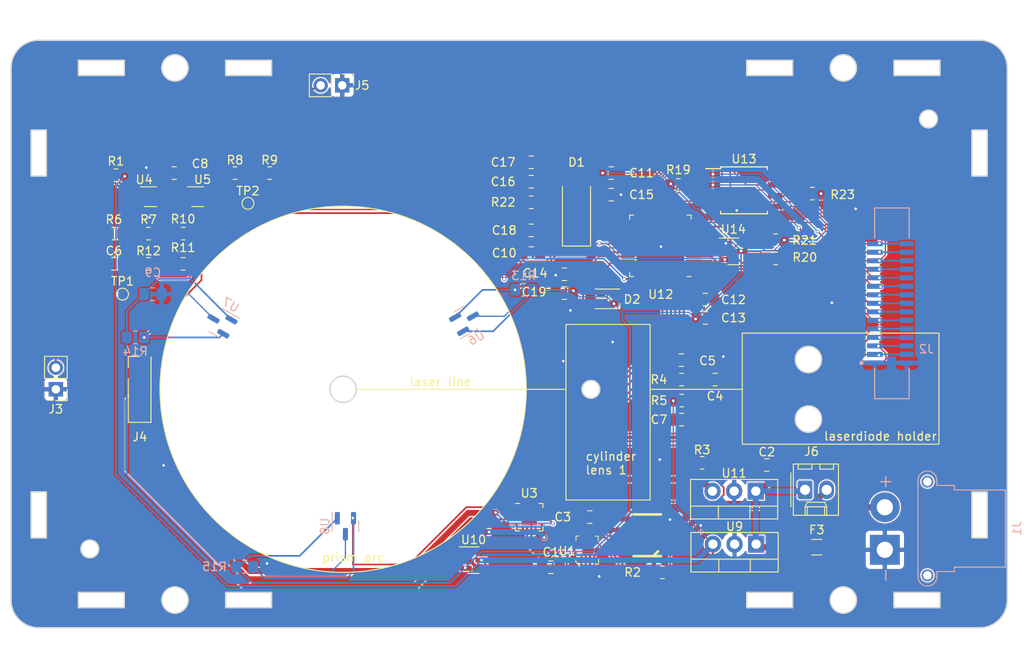
<source format=kicad_pcb>
(kicad_pcb (version 20221018) (generator pcbnew)
  (layers (0 "F.Cu" signal) (31 "B.Cu" signal) (34 "B.Paste" user) (35 "F.Paste" user) (36 "B.SilkS" user "B.Silkscreen") (37 "F.SilkS" user "F.Silkscreen") (38 "B.Mask" user) (39 "F.Mask" user) (44 "Edge.Cuts" user))
  (net 0 "")
  (net 1 "POT_W")
  (net 2 "GND")
  (net 3 "+12V")
  (net 4 "+5V")
  (net 5 "IC_HB_PWM1")
  (net 6 "IC_HB_PWM2")
  (net 7 "POT_SDA")
  (net 8 "POT_SCL")
  (net 9 "HALL1")
  (net 10 "HALL2")
  (net 11 "LDK")
  (net 12 "+3V3")
  (net 13 "HALL3")
  (net 14 "Net-(R10-Pad1)")
  (net 15 "DIGITAL")
  (net 16 "Net-(U3-STBY)")
  (net 17 "Net-(U5--)")
  (net 18 "Net-(J3-Pin_2)")
  (net 19 "Net-(U3-EN{slash}FLT)")
  (net 20 "Net-(U12D-VCCPLL)")
  (net 21 "RGB2")
  (net 22 "RGB1")
  (net 23 "RGB0")
  (net 24 "Net-(J1-Pin_2)")
  (net 25 "X_PO")
  (net 26 "X_DIR")
  (net 27 "X_STEP")
  (net 28 "CFG_DONE")
  (net 29 "CFG_RST")
  (net 30 "SPI_SI")
  (net 31 "SPI_SO")
  (net 32 "SPI_SCK")
  (net 33 "SPI_SS")
  (net 34 "SPI_SS2")
  (net 35 "SD_IO2")
  (net 36 "SD_IO3")
  (net 37 "w")
  (net 38 "v")
  (net 39 "u")
  (net 40 "Net-(U4-+)")
  (net 41 "Net-(U5-+)")
  (net 42 "+1V2")
  (net 43 "uL")
  (net 44 "uH")
  (net 46 "+8V")
  (net 47 "wL")
  (net 48 "wH")
  (net 49 "vL")
  (net 50 "vH")
  (net 62 "Net-(#FLG0103-pwr)")
  (footprint "Package_TO_SOT_THT:TO-220-3_Vertical" (layer "F.Cu") (at 153.2352 126.1042 180)
    (fp_text reference "U11")
    (fp_text value "LM7808_TO220")
  )
  (footprint "Capacitor_SMD:C_0805_2012Metric_Pad1.18x1.45mm_HandSolder" (layer "F.Cu") (at 136.268 91.286)
    (fp_text reference "C15")
    (fp_text value "4.7u")
  )
  (footprint "Capacitor_SMD:C_0805_2012Metric_Pad1.18x1.45mm_HandSolder" (layer "F.Cu") (at 144.539 117.702 180)
    (fp_text reference "C7")
    (fp_text value "100nF")
  )
  (footprint "Resistor_SMD:R_0805_2012Metric_Pad1.20x1.40mm_HandSolder" (layer "F.Cu") (at 81.912 99.414 180)
    (fp_text reference "R12")
    (fp_text value "8K2")
  )
  (footprint "Package_TO_SOT_THT:TO-220-3_Vertical" (layer "F.Cu") (at 153.286 132.3324 180)
    (fp_text reference "U9")
    (fp_text value "LM7805_TO220")
  )
  (footprint "sockets_scanhead:VQFN-16-1EP_3x3mm_P0.5mm_EP1.8x1.8mm" (layer "F.Cu") (at 126.628 129.1685)
    (fp_text reference "U3")
    (fp_text value "STSPIN230")
  )
  (footprint "sockets_scanhead:LED_Cree-PLCC4_2x2mm_CW" (layer "F.Cu") (at 135.8228 103.52 180)
    (fp_text reference "D2")
    (fp_text value "CLMVC-FKA-CLBDGL7LBB79353")
  )
  (footprint "sockets_scanhead:PinHeader_1x02_P2.54mm_Vertical" (layer "F.Cu") (at 104.672 78.446 -90)
    (fp_text reference "J5")
    (fp_text value "Conn_01x02")
  )
  (footprint "Capacitor_SMD:C_0805_2012Metric_Pad1.18x1.45mm_HandSolder" (layer "F.Cu") (at 126.87 95.477 180)
    (fp_text reference "C18")
    (fp_text value "0.1u")
  )
  (footprint "Capacitor_SMD:C_0805_2012Metric_Pad1.18x1.45mm_HandSolder" (layer "F.Cu") (at 144.4976 110.717)
    (fp_text reference "C5")
    (fp_text value "10nF")
  )
  (footprint "sockets_scanhead:SOIC-8W_5.3x5.3mm_P1.27mm" (layer "F.Cu") (at 151.856 90.778)
    (fp_text reference "U13")
    (fp_text value "S25FL064LABMFI010")
  )
  (footprint "Package_TO_SOT_SMD:SOT-23" (layer "F.Cu") (at 150.6095 97.946)
    (fp_text reference "U14")
    (fp_text value "MCP1700x-120xxTT")
  )
  (footprint "Capacitor_SMD:C_0805_2012Metric_Pad1.18x1.45mm_HandSolder" (layer "F.Cu") (at 147.317 105.764)
    (fp_text reference "C13")
    (fp_text value "4.7u")
  )
  (footprint "Resistor_SMD:R_0805_2012Metric_Pad1.20x1.40mm_HandSolder" (layer "F.Cu") (at 92.072 88.746)
    (fp_text reference "R8")
    (fp_text value "8K2")
  )
  (footprint "Resistor_SMD:R_0805_2012Metric_Pad1.20x1.40mm_HandSolder" (layer "F.Cu") (at 78.102 89)
    (fp_text reference "R1")
    (fp_text value "22K")
  )
  (footprint "Capacitor_SMD:C_0805_2012Metric_Pad1.18x1.45mm_HandSolder" (layer "F.Cu") (at 77.848 99.414 180)
    (fp_text reference "C6")
    (fp_text value "220pF")
  )
  (footprint "Connector_Molex:Molex_KK-254_AE-6410-02A_1x02_P2.54mm_Vertical" (layer "F.Cu") (at 159.0264 125.9516)
    (fp_text reference "J6")
    (fp_text value "jumper wire 2 pin")
  )
  (footprint "Resistor_SMD:R_0805_2012Metric_Pad1.20x1.40mm_HandSolder" (layer "F.Cu") (at 77.848 95.858)
    (fp_text reference "R6")
    (fp_text value "8K2")
  )
  (footprint "sockets_scanhead:QFN-48-1EP_7x7mm_P0.5mm_EP5.6x5.6mm" (layer "F.Cu") (at 142.0345 97.296 180)
    (fp_text reference "U12")
    (fp_text value "ICE40UP5K-SG48ITR-FPGA_Lattice")
  )
  (footprint "sockets_scanhead:ICHKB" (layer "F.Cu") (at 140.492 131.291 90)
    (fp_text reference "U2")
    (fp_text value "U_IC-HKB")
  )
  (footprint "Capacitor_SMD:C_0805_2012Metric_Pad1.18x1.45mm_HandSolder" (layer "F.Cu") (at 133.7495 129.146)
    (fp_text reference "C3")
    (fp_text value "1uF")
  )
  (footprint "Capacitor_SMD:C_0805_2012Metric_Pad1.18x1.45mm_HandSolder" (layer "F.Cu") (at 147.317 103.605)
    (fp_text reference "C12")
    (fp_text value "0.1u")
  )
  (footprint "Capacitor_SMD:C_0805_2012Metric_Pad1.18x1.45mm_HandSolder" (layer "F.Cu") (at 126.87 89.762)
    (fp_text reference "C16")
    (fp_text value "0.1u")
  )
  (footprint "Capacitor_SMD:C_0805_2012Metric_Pad1.18x1.45mm_HandSolder" (layer "F.Cu") (at 126.87 87.476)
    (fp_text reference "C17")
    (fp_text value "4.7u")
  )
  (footprint "Package_TO_SOT_SMD:SOT-353_SC-70-5_Handsoldering" (layer "F.Cu") (at 87.687 91.525)
    (fp_text reference "U5")
    (fp_text value "MIC920")
  )
  (footprint "Capacitor_SMD:C_0805_2012Metric_Pad1.18x1.45mm_HandSolder" (layer "F.Cu") (at 129.172 135.046)
    (fp_text reference "C1")
    (fp_text value "47nF")
  )
  (footprint "Package_TO_SOT_SMD:SOT-23" (layer "F.Cu") (at 120.0905 134.212)
    (fp_text reference "U10")
    (fp_text value "MCP1700x-330xxTT")
  )
  (footprint "Resistor_SMD:R_0805_2012Metric_Pad1.20x1.40mm_HandSolder" (layer "F.Cu") (at 96.136 88.746 180)
    (fp_text reference "R9")
    (fp_text value "8K2")
  )
  (footprint "sockets_scanhead:pcbmotor_smd" (layer "F.Cu") (at 80.896 114.146)
    (fp_text reference "J4")
    (fp_text value "Conn_01x03")
  )
  (footprint "Capacitor_SMD:C_0805_2012Metric_Pad1.18x1.45mm_HandSolder" (layer "F.Cu") (at 84.9385 88.746)
    (fp_text reference "C8")
    (fp_text value "1uF")
  )
  (footprint "Capacitor_SMD:C_0805_2012Metric_Pad1.18x1.45mm_HandSolder" (layer "F.Cu") (at 130.7562 100.6332 180)
    (fp_text reference "C14")
    (fp_text value "0.1u")
  )
  (footprint "Capacitor_SMD:C_0805_2012Metric_Pad1.18x1.45mm_HandSolder" (layer "F.Cu") (at 136.268 88.746)
    (fp_text reference "C11")
    (fp_text value "0.1uF")
  )
  (footprint "Capacitor_SMD:C_0805_2012Metric_Pad1.18x1.45mm_HandSolder" (layer "F.Cu") (at 154.5306 123.036)
    (fp_text reference "C2")
    (fp_text value "1uF")
  )
  (footprint "sockets_scanhead:TDFN-8-1EP" (layer "F.Cu") (at 133.522 133.070998 90)
    (fp_text reference "U1")
    (fp_text value "DIGIPOT_50K")
  )
  (footprint "Resistor_SMD:R_0805_2012Metric_Pad1.20x1.40mm_HandSolder" (layer "F.Cu") (at 144.5191 113.003 180)
    (fp_text reference "R4")
    (fp_text value "10K")
  )
  (footprint "Resistor_SMD:R_0805_2012Metric_Pad1.20x1.40mm_HandSolder" (layer "F.Cu") (at 142.272 135.646)
    (fp_text reference "R2")
    (fp_text value "10K")
  )
  (footprint "Capacitor_SMD:C_0805_2012Metric_Pad1.18x1.45mm_HandSolder" (layer "F.Cu") (at 148.4561 113.003 180)
    (fp_text reference "C4")
    (fp_text value "0.1uF")
  )
  (footprint "Diode_SMD:D_SMA_Handsoldering" (layer "F.Cu") (at 132.1825 92.81 90)
    (fp_text reference "D1")
    (fp_text value "50V_1A")
  )
  (footprint "Resistor_SMD:R_0805_2012Metric_Pad1.20x1.40mm_HandSolder" (layer "F.Cu") (at 155.572 98.779)
    (fp_text reference "R20")
    (fp_text value "10K")
  )
  (footprint "TestPoint:TestPoint_Pad_D1.0mm" (layer "F.Cu") (at 78.864 102.97)
    (fp_text reference "TP1")
    (fp_text value "Analog")
  )
  (footprint "Resistor_SMD:R_0805_2012Metric_Pad1.20x1.40mm_HandSolder" (layer "F.Cu") (at 144.142 90.143 180)
    (fp_text reference "R19")
    (fp_text value "10K")
  )
  (footprint "Resistor_SMD:R_0805_2012Metric_Pad1.20x1.40mm_HandSolder" (layer "F.Cu") (at 146.936 122.782)
    (fp_text reference "R3")
    (fp_text value "10K")
  )
  (footprint "Resistor_SMD:R_0805_2012Metric_Pad1.20x1.40mm_HandSolder" (layer "F.Cu") (at 144.5484 115.4668)
    (fp_text reference "R5")
    (fp_text value "10K")
  )
  (footprint "sockets_scanhead:PinHeader_1x02_P2.54mm_Vertical" (layer "F.Cu") (at 71.032 114.146 180)
    (fp_text reference "J3")
    (fp_text value "Conn_01x02")
  )
  (footprint "Resistor_SMD:R_0805_2012Metric_Pad1.20x1.40mm_HandSolder" (layer "F.Cu") (at 85.992 95.858 180)
    (fp_text reference "R10")
    (fp_text value "22K")
  )
  (footprint "Package_TO_SOT_SMD:SOT-353_SC-70-5_Handsoldering" (layer "F.Cu") (at 82.166 91.525)
    (fp_text reference "U4")
    (fp_text value "MIC920")
  )
  (footprint "Resistor_SMD:R_0805_2012Metric_Pad1.20x1.40mm_HandSolder" (layer "F.Cu") (at 155.572 96.62 180)
    (fp_text reference "R21")
    (fp_text value "10K")
  )
  (footprint "Resistor_SMD:R_0805_2012Metric_Pad1.20x1.40mm_HandSolder" (layer "F.Cu") (at 159.89 91.159)
    (fp_text reference "R23")
    (fp_text value "10K")
  )
  (footprint "Fuse:Fuse_1206_3216Metric" (layer "F.Cu") (at 160.398 132.688)
    (fp_text reference "F3")
    (fp_text value "3A")
  )
  (footprint "Capacitor_SMD:C_0805_2012Metric_Pad1.18x1.45mm_HandSolder" (layer "F.Cu") (at 126.87 98.144 180)
    (fp_text reference "C10")
    (fp_text value "4.7u")
  )
  (footprint "TestPoint:TestPoint_Pad_D1.0mm" (layer "F.Cu") (at 93.596 92.302)
    (fp_text reference "TP2")
    (fp_text value "HSync")
  )
  (footprint "Resistor_SMD:R_0805_2012Metric_Pad1.20x1.40mm_HandSolder" (layer "F.Cu") (at 85.976 99.414 180)
    (fp_text reference "R11")
    (fp_text value "1K5")
  )
  (footprint "Capacitor_SMD:C_0805_2012Metric_Pad1.18x1.45mm_HandSolder" (layer "F.Cu") (at 130.7562 102.843 180)
    (fp_text reference "C19")
    (fp_text value "4.7u")
  )
  (footprint "Resistor_SMD:R_0805_2012Metric_Pad1.20x1.40mm_HandSolder" (layer "F.Cu") (at 81.912 95.858)
    (fp_text reference "R7")
    (fp_text value "22K")
  )
  (footprint "Resistor_SMD:R_0805_2012Metric_Pad1.20x1.40mm_HandSolder" (layer "F.Cu") (at 126.87 92.175)
    (fp_text reference "R22")
    (fp_text value "100")
  )
  (footprint "Package_TO_SOT_SMD:SOT-23" (layer "B.Cu") (at 119.212 106.036 30)
    (fp_text reference "U6")
    (fp_text value "DRV5033FAxDBZ")
  )
  (footprint "Resistor_SMD:R_0805_2012Metric_Pad1.20x1.40mm_HandSolder" (layer "B.Cu") (at 93.222 134.996)
    (fp_text reference "R15")
    (fp_text value "10K")
  )
  (footprint "Package_TO_SOT_SMD:SOT-23" (layer "B.Cu") (at 90.362 106.326 150)
    (fp_text reference "U7")
    (fp_text value "DRV5033FAxDBZ")
  )
  (footprint "Resistor_SMD:R_0805_2012Metric_Pad1.20x1.40mm_HandSolder" (layer "B.Cu") (at 80.372 108.05)
    (fp_text reference "R14")
    (fp_text value "10K")
  )
  (footprint "Capacitor_SMD:C_0805_2012Metric_Pad1.18x1.45mm_HandSolder" (layer "B.Cu") (at 82.42 102.97)
    (fp_text reference "C9")
    (fp_text value "10nF")
  )
  (footprint "Package_TO_SOT_SMD:SOT-23" (layer "B.Cu") (at 105.042 130.226 -90)
    (fp_text reference "U8")
    (fp_text value "DRV5033FAxDBZ")
  )
  (footprint "sockets_scanhead:AMASS_XT30PW-F_1x02_P2.50mm_Horizontal" (layer "B.Cu") (at 168.397 132.996 90)
    (fp_text reference "J1")
    (fp_text value "Connector_Generic_Conn_01x02")
  )
  (footprint "Resistor_SMD:R_0805_2012Metric_Pad1.20x1.40mm_HandSolder" (layer "B.Cu") (at 125.981 102.462 180)
    (fp_text reference "R13")
    (fp_text value "10K")
  )
  (footprint "sockets_scanhead:TE_1-1734248-5" (layer "B.Cu") (at 169.247 104.046 90)
    (fp_text reference "J2")
    (fp_text value "FPC 15 pin molex vertical")
  )
  (gr_line (start 140.822 114.146) (end 151.672 114.146) (stroke (width 0.12)) (layer "F.SilkS"))
  (gr_rect (start 151.65 107.546) (end 174.751697 120.589188) (stroke (width 0.12)) (fill none) (layer "F.SilkS"))
  (gr_rect (start 130.94687 106.526) (end 140.82713 127.149845) (stroke (width 0.12)) (fill none) (layer "F.SilkS"))
  (gr_line (start 106.472 114.146) (end 130.807 114.146) (stroke (width 0.12)) (layer "F.SilkS"))
  (gr_circle (center 104.772 114.146) (end 126.272 114.146) (stroke (width 0.12)) (fill none) (layer "F.SilkS"))
  (gr_line (start 182.772 138.896) (end 182.772 76.396) (stroke (width 0.16)) (layer "Edge.Cuts"))
  (gr_line (start 96.372 139.796) (end 90.972 139.796) (stroke (width 0.16)) (layer "Edge.Cuts"))
  (gr_line (start 69.922 89.096) (end 68.122 89.096) (stroke (width 0.16)) (layer "Edge.Cuts"))
  (gr_circle (center 163.522 138.896) (end 161.972 138.896) (stroke (width 0.16)) (fill none) (layer "Edge.Cuts"))
  (gr_line (start 65.772 138.896) (end 65.772 76.396) (stroke (width 0.16)) (layer "Edge.Cuts"))
  (gr_line (start 178.622 126.196) (end 180.422 126.196) (stroke (width 0.16)) (layer "Edge.Cuts"))
  (gr_line (start 79.072 139.796) (end 73.672 139.796) (stroke (width 0.16)) (layer "Edge.Cuts"))
  (gr_line (start 169.472 139.796) (end 169.472 137.996) (stroke (width 0.16)) (layer "Edge.Cuts"))
  (gr_circle (center 173.522 82.396) (end 172.472 82.396) (stroke (width 0.16)) (fill none) (layer "Edge.Cuts"))
  (gr_circle (center 85.022 76.396) (end 83.472 76.396) (stroke (width 0.16)) (fill none) (layer "Edge.Cuts"))
  (gr_line (start 96.372 77.296) (end 90.972 77.296) (stroke (width 0.16)) (layer "Edge.Cuts"))
  (gr_circle (center 159.422 117.646) (end 157.872 117.646) (stroke (width 0.16)) (fill none) (layer "Edge.Cuts"))
  (gr_line (start 157.572 77.296) (end 152.172 77.296) (stroke (width 0.16)) (layer "Edge.Cuts"))
  (gr_line (start 73.672 75.496) (end 79.072 75.496) (stroke (width 0.16)) (layer "Edge.Cuts"))
  (gr_line (start 68.122 83.696) (end 69.922 83.696) (stroke (width 0.16)) (layer "Edge.Cuts"))
  (gr_arc (start 179.522 73.146) (mid 181.820097 74.097903) (end 182.772 76.396) (stroke (width 0.16)) (layer "Edge.Cuts"))
  (gr_line (start 73.672 77.296) (end 73.672 75.496) (stroke (width 0.16)) (layer "Edge.Cuts"))
  (gr_arc (start 69.022 142.146) (mid 66.723903 141.194097) (end 65.772 138.896) (stroke (width 0.16)) (layer "Edge.Cuts"))
  (gr_line (start 178.622 83.696) (end 180.422 83.696) (stroke (width 0.16)) (layer "Edge.Cuts"))
  (gr_line (start 79.072 137.996) (end 79.072 139.796) (stroke (width 0.16)) (layer "Edge.Cuts"))
  (gr_line (start 157.572 137.996) (end 157.572 139.796) (stroke (width 0.16)) (layer "Edge.Cuts"))
  (gr_circle (center 133.872 114.146) (end 132.822 114.146) (stroke (width 0.16)) (fill none) (layer "Edge.Cuts"))
  (gr_line (start 174.872 77.296) (end 169.472 77.296) (stroke (width 0.16)) (layer "Edge.Cuts"))
  (gr_line (start 69.022 73.146) (end 179.522 73.146) (stroke (width 0.16)) (layer "Edge.Cuts"))
  (gr_line (start 157.572 139.796) (end 152.172 139.796) (stroke (width 0.16)) (layer "Edge.Cuts"))
  (gr_line (start 152.172 139.796) (end 152.172 137.996) (stroke (width 0.16)) (layer "Edge.Cuts"))
  (gr_line (start 174.872 75.496) (end 174.872 77.296) (stroke (width 0.16)) (layer "Edge.Cuts"))
  (gr_circle (center 163.522 76.396) (end 161.972 76.396) (stroke (width 0.16)) (fill none) (layer "Edge.Cuts"))
  (gr_line (start 68.122 89.096) (end 68.122 83.696) (stroke (width 0.16)) (layer "Edge.Cuts"))
  (gr_line (start 169.472 75.496) (end 174.872 75.496) (stroke (width 0.16)) (layer "Edge.Cuts"))
  (gr_line (start 180.422 83.696) (end 180.422 89.096) (stroke (width 0.16)) (layer "Edge.Cuts"))
  (gr_line (start 90.972 75.496) (end 96.372 75.496) (stroke (width 0.16)) (layer "Edge.Cuts"))
  (gr_line (start 180.422 89.096) (end 178.622 89.096) (stroke (width 0.16)) (layer "Edge.Cuts"))
  (gr_line (start 68.122 131.596) (end 68.122 126.196) (stroke (width 0.16)) (layer "Edge.Cuts"))
  (gr_line (start 180.422 131.596) (end 178.622 131.596) (stroke (width 0.16)) (layer "Edge.Cuts"))
  (gr_line (start 69.022 142.146) (end 179.522 142.146) (stroke (width 0.16)) (layer "Edge.Cuts"))
  (gr_line (start 68.122 126.196) (end 69.922 126.196) (stroke (width 0.16)) (layer "Edge.Cuts"))
  (gr_line (start 180.422 126.196) (end 180.422 131.596) (stroke (width 0.16)) (layer "Edge.Cuts"))
  (gr_line (start 178.622 131.596) (end 178.622 126.196) (stroke (width 0.16)) (layer "Edge.Cuts"))
  (gr_line (start 69.922 83.696) (end 69.922 89.096) (stroke (width 0.16)) (layer "Edge.Cuts"))
  (gr_line (start 96.372 75.496) (end 96.372 77.296) (stroke (width 0.16)) (layer "Edge.Cuts"))
  (gr_line (start 152.172 75.496) (end 157.572 75.496) (stroke (width 0.16)) (layer "Edge.Cuts"))
  (gr_circle (center 85.022 138.896) (end 83.472 138.896) (stroke (width 0.16)) (fill none) (layer "Edge.Cuts"))
  (gr_line (start 174.872 137.996) (end 174.872 139.796) (stroke (width 0.16)) (layer "Edge.Cuts"))
  (gr_line (start 73.672 139.796) (end 73.672 137.996) (stroke (width 0.16)) (layer "Edge.Cuts"))
  (gr_line (start 178.622 89.096) (end 178.622 83.696) (stroke (width 0.16)) (layer "Edge.Cuts"))
  (gr_line (start 169.472 137.996) (end 174.872 137.996) (stroke (width 0.16)) (layer "Edge.Cuts"))
  (gr_circle (center 104.772 114.146) (end 103.222 114.146) (stroke (width 0.16)) (fill none) (layer "Edge.Cuts"))
  (gr_arc (start 182.772 138.896) (mid 181.820097 141.194097) (end 179.522 142.146) (stroke (width 0.16)) (layer "Edge.Cuts"))
  (gr_line (start 152.172 137.996) (end 157.572 137.996) (stroke (width 0.16)) (layer "Edge.Cuts"))
  (gr_line (start 169.472 77.296) (end 169.472 75.496) (stroke (width 0.16)) (layer "Edge.Cuts"))
  (gr_circle (center 159.422 110.646) (end 157.872 110.646) (stroke (width 0.16)) (fill none) (layer "Edge.Cuts"))
  (gr_line (start 174.872 139.796) (end 169.472 139.796) (stroke (width 0.16)) (layer "Edge.Cuts"))
  (gr_line (start 79.072 75.496) (end 79.072 77.296) (stroke (width 0.16)) (layer "Edge.Cuts"))
  (gr_line (start 90.972 77.296) (end 90.972 75.496) (stroke (width 0.16)) (layer "Edge.Cuts"))
  (gr_line (start 90.972 139.796) (end 90.972 137.996) (stroke (width 0.16)) (layer "Edge.Cuts"))
  (gr_line (start 157.572 75.496) (end 157.572 77.296) (stroke (width 0.16)) (layer "Edge.Cuts"))
  (gr_line (start 152.172 77.296) (end 152.172 75.496) (stroke (width 0.16)) (layer "Edge.Cuts"))
  (gr_circle (center 75.022 132.896) (end 73.972 132.896) (stroke (width 0.16)) (fill none) (layer "Edge.Cuts"))
  (gr_line (start 90.972 137.996) (end 96.372 137.996) (stroke (width 0.16)) (layer "Edge.Cuts"))
  (gr_arc (start 65.772 76.396) (mid 66.723903 74.097903) (end 69.022 73.146) (stroke (width 0.16)) (layer "Edge.Cuts"))
  (gr_line (start 69.922 131.596) (end 68.122 131.596) (stroke (width 0.16)) (layer "Edge.Cuts"))
  (gr_line (start 69.922 126.196) (end 69.922 131.596) (stroke (width 0.16)) (layer "Edge.Cuts"))
  (gr_line (start 96.372 137.996) (end 96.372 139.796) (stroke (width 0.16)) (layer "Edge.Cuts"))
  (gr_line (start 73.672 137.996) (end 79.072 137.996) (stroke (width 0.16)) (layer "Edge.Cuts"))
  (gr_line (start 79.072 77.296) (end 73.672 77.296) (stroke (width 0.16)) (layer "Edge.Cuts"))
  (gr_text "prism arc" (at 102.232 134.466) (layer "F.SilkS") (effects (font (size 1 1)) (justify left bottom)))
  (gr_text "cylinder \nlens 1" (at 133.172 124.221) (layer "F.SilkS") (effects (font (size 1 1)) (justify left bottom)))
  (gr_text "laser line" (at 112.472 113.846) (layer "F.SilkS") (effects (font (size 1 1)) (justify left bottom)))
  (gr_text "laserdiode holder" (at 161.16 120.242) (layer "F.SilkS") (effects (font (size 1 1)) (justify left bottom)))
  (segment (start 134.021999 130.846) (end 133.271999 131.596) (width 0.2) (layer "F.Cu") (net 1))
  (segment (start 132.472 131.546) (end 130.2095 133.8085) (width 0.2) (layer "F.Cu") (net 1))
  (segment (start 133.271999 132.146) (end 133.271999 131.596) (width 0.2) (layer "F.Cu") (net 1))
  (segment (start 138.442 133.196) (end 138.992 132.646) (width 0.2) (layer "F.Cu") (net 1))
  (segment (start 135.372 130.846) (end 134.021999 130.846) (width 0.2) (layer "F.Cu") (net 1))
  (segment (start 138.992 132.646) (end 138.992 131.376) (width 0.2) (layer "F.Cu") (net 1))
  (segment (start 137.792 133.196) (end 138.442 133.196) (width 0.2) (layer "F.Cu") (net 1))
  (segment (start 133.271999 131.596) (end 133.221999 131.546) (width 0.2) (layer "F.Cu") (net 1))
  (segment (start 130.2095 133.8085) (end 130.2095 135.046) (width 0.2) (layer "F.Cu") (net 1))
  (segment (start 138.992 131.376) (end 135.902 131.376) (width 0.2) (layer "F.Cu") (net 1))
  (segment (start 133.221999 131.546) (end 132.472 131.546) (width 0.2) (layer "F.Cu") (net 1))
  (segment (start 135.902 131.376) (end 135.372 130.846) (width 0.2) (layer "F.Cu") (net 1))
  (segment (start 126.628 129.1685) (end 126.878 129.4185) (width 0.15) (layer "F.Cu") (net 2))
  (segment (start 137.3055 88.746) (end 137.3055 91.286) (width 0.7) (layer "F.Cu") (net 2))
  (segment (start 77.8132 96.8232) (end 79.389907 96.8232) (width 0.2) (layer "F.Cu") (net 2))
  (segment (start 125.878 129.9185) (end 126.628 129.1685) (width 0.15) (layer "F.Cu") (net 2))
  (segment (start 125.1405 129.9185) (end 125.878 129.9185) (width 0.15) (layer "F.Cu") (net 2))
  (segment (start 79.886 91.525) (end 80.836 91.525) (width 0.2) (layer "F.Cu") (net 2))
  (segment (start 79.698 96.515107) (end 79.698 91.713) (width 0.2) (layer "F.Cu") (net 2))
  (segment (start 79.698 91.713) (end 79.886 91.525) (width 0.2) (layer "F.Cu") (net 2))
  (segment (start 76.848 95.858) (end 77.8132 96.8232) (width 0.2) (layer "F.Cu") (net 2))
  (segment (start 80.836 91.525) (end 86.357 91.525) (width 0.2) (layer "F.Cu") (net 2))
  (segment (start 79.389907 96.8232) (end 79.698 96.515107) (width 0.2) (layer "F.Cu") (net 2))
  (segment (start 126.878 129.4185) (end 126.878 130.656) (width 0.15) (layer "F.Cu") (net 2))
  (via (at 83.682 123.086) (size 0.45) (drill 0.3) (layers "F.Cu" "B.Cu") (net 2))
  (via (at 134.847 136.121) (size 0.45) (drill 0.3) (layers "F.Cu" "B.Cu") (net 2))
  (via (at 143.172 129.446) (size 0.45) (drill 0.3) (layers "F.Cu" "B.Cu") (net 2))
  (via (at 149.73 97.001) (size 0.45) (drill 0.3) (layers "F.Cu" "B.Cu") (net 2))
  (via (at 81.658 88.111) (size 0.45) (drill 0.3) (layers "F.Cu" "B.Cu") (net 2))
  (via (at 130.632 110.826) (size 0.45) (drill 0.3) (layers "F.Cu" "B.Cu") (net 2))
  (via (at 129.7402 100.7348) (size 0.45) (drill 0.3) (layers "F.Cu" "B.Cu") (net 2))
  (via (at 131.4674 104.875) (size 0.45) (drill 0.3) (layers "F.Cu" "B.Cu") (net 2))
  (via (at 95.842 134.596) (size 0.45) (drill 0.3) (layers "F.Cu" "B.Cu") (net 2))
  (via (at 142.11 97.382) (size 0.45) (drill 0.3) (layers "F.Cu" "B.Cu") (net 2))
  (via (at 149.422 110.296) (size 0.45) (drill 0.3) (layers "F.Cu" "B.Cu") (net 2))
  (via (at 151 93.1402) (size 0.45) (drill 0.3) (layers "F.Cu" "B.Cu") (net 2))
  (via (at 141.972 122.396) (size 0.45) (drill 0.3) (layers "F.Cu" "B.Cu") (net 2))
  (via (at 162.176 103.986) (size 0.45) (drill 0.3) (layers "F.Cu" "B.Cu") (net 2))
  (via (at 137.411 91.286) (size 0.45) (drill 0.3) (layers "F.Cu" "B.Cu") (net 2))
  (via (at 146.772 130.146) (size 0.45) (drill 0.3) (layers "F.Cu" "B.Cu") (net 2))
  (via (at 164.97 92.937) (size 0.45) (drill 0.3) (layers "F.Cu" "B.Cu") (net 2))
  (via (at 136.422 108.596) (size 0.45) (drill 0.3) (layers "F.Cu" "B.Cu") (net 2))
  (via (at 82.039 93.953) (size 0.45) (drill 0.3) (layers "F.Cu" "B.Cu") (net 2))
  (segment (start 83.4575 102.97) (end 86.662851 102.97) (width 0.15) (layer "B.Cu") (net 2))
  (segment (start 120.023899 105.56725) (end 123.697501 105.56725) (width 0.15) (layer "B.Cu") (net 2))
  (segment (start 105.042 133.916) (end 105.042 131.1635) (width 0.15) (layer "B.Cu") (net 2))
  (segment (start 97.236 135.99) (end 102.968 135.99) (width 0.15) (layer "B.Cu") (net 2))
  (segment (start 123.697501 105.56725) (end 126.042 103.222751) (width 0.15) (layer "B.Cu") (net 2))
  (segment (start 95.842 134.596) (end 97.236 135.99) (width 0.15) (layer "B.Cu") (net 2))
  (segment (start 102.968 135.99) (end 105.042 133.916) (width 0.15) (layer "B.Cu") (net 2))
  (segment (start 126.042 103.222751) (end 126.042 101.056) (width 0.15) (layer "B.Cu") (net 2))
  (segment (start 86.662851 102.97) (end 89.550101 105.85725) (width 0.15) (layer "B.Cu") (net 2))
  (segment (start 153.977 132.688) (end 153.2352 131.9462) (width 0.7) (layer "F.Cu") (net 3))
  (segment (start 158.998 132.688) (end 153.977 132.688) (width 0.7) (layer "F.Cu") (net 3))
  (segment (start 153.2352 126.1042) (end 153.7738 126.1042) (width 0.7) (layer "F.Cu") (net 3))
  (segment (start 155.5935 124.2845) (end 155.5935 122.782) (width 0.7) (layer "F.Cu") (net 3))
  (segment (start 153.7738 126.1042) (end 155.5935 124.2845) (width 0.7) (layer "F.Cu") (net 3))
  (segment (start 158.8738 126.1042) (end 159.0264 125.9516) (width 0.7) (layer "B.Cu") (net 3))
  (segment (start 153.2352 126.1042) (end 153.2352 131.9462) (width 0.7) (layer "B.Cu") (net 3))
  (segment (start 153.2352 126.1042) (end 158.8738 126.1042) (width 0.7) (layer "B.Cu") (net 3))
  (segment (start 79.102 89) (end 79.118 89.127) (width 0.2) (layer "F.Cu") (net 4))
  (segment (start 133.771996 131.596) (end 133.821996 131.546) (width 0.2) (layer "F.Cu") (net 4))
  (segment (start 134.231607 129.146) (end 134.787 129.146) (width 0.2) (layer "F.Cu") (net 4))
  (segment (start 133.821996 131.546) (end 135.577025 131.546) (width 0.2) (layer "F.Cu") (net 4))
  (segment (start 148.206 135.212) (end 146.422 136.996) (width 0.2) (layer "F.Cu") (net 4))
  (segment (start 90.580893 87.73) (end 92.056 87.73) (width 0.2) (layer "F.Cu") (net 4))
  (segment (start 133.771996 132.146) (end 133.771996 131.596) (width 0.2) (layer "F.Cu") (net 4))
  (segment (start 83.496 90.875) (end 83.496 89.151) (width 0.2) (layer "F.Cu") (net 4))
  (segment (start 136.522 132.546) (end 136.522 133.596) (width 0.2) (layer "F.Cu") (net 4))
  (segment (start 130.797 136.021) (end 129.664893 136.021) (width 0.2) (layer "F.Cu") (net 4))
  (segment (start 79.118 89.127) (end 81.621 89) (width 0.2) (layer "F.Cu") (net 4))
  (segment (start 139.922 136.996) (end 146.422 136.996) (width 0.2) (layer "F.Cu") (net 4))
  (segment (start 137.792 131.926) (end 137.142 131.926) (width 0.2) (layer "F.Cu") (net 4))
  (segment (start 128.922 136.021) (end 122.837 136.021) (width 0.2) (layer "F.Cu") (net 4))
  (segment (start 135.957025 131.926) (end 137.792 131.926) (width 0.2) (layer "F.Cu") (net 4))
  (segment (start 131.047 133.871) (end 131.047 135.771) (width 0.2) (layer "F.Cu") (net 4))
  (segment (start 135.577025 131.546) (end 135.957025 131.926) (width 0.2) (layer "F.Cu") (net 4))
  (segment (start 89.017 90.875) (end 89.017 89.293893) (width 0.2) (layer "F.Cu") (net 4))
  (segment (start 132.772 132.146) (end 131.047 133.871) (width 0.2) (layer "F.Cu") (net 4))
  (segment (start 137.142 131.926) (end 136.522 132.546) (width 0.2) (layer "F.Cu") (net 4))
  (segment (start 129.372 135.571) (end 128.922 136.021) (width 0.2) (layer "F.Cu") (net 4))
  (segment (start 145.5191 113.4961) (end 145.5191 113.003) (width 0.15) (layer "F.Cu") (net 4))
  (segment (start 129.372 135.571) (end 129.372 134.005607) (width 0.2) (layer "F.Cu") (net 4))
  (segment (start 85.58 90.425) (end 83.901 88.746) (width 0.2) (layer "F.Cu") (net 4))
  (segment (start 143.5484 115.4668) (end 145.5191 113.4961) (width 0.15) (layer "F.Cu") (net 4))
  (segment (start 83.496 89.151) (end 83.901 88.746) (width 0.2) (layer "F.Cu") (net 4))
  (segment (start 81.621 89) (end 83.496 90.875) (width 0.2) (layer "F.Cu") (net 4))
  (segment (start 145.5191 113.003) (end 147.4186 113.003) (width 0.15) (layer "F.Cu") (net 4))
  (segment (start 89.017 89.293893) (end 90.580893 87.73) (width 0.2) (layer "F.Cu") (net 4))
  (segment (start 89.017 90.875) (end 88.567 90.425) (width 0.2) (layer "F.Cu") (net 4))
  (segment (start 92.056 87.73) (end 93.072 88.746) (width 0.2) (layer "F.Cu") (net 4))
  (segment (start 148.206 132.3324) (end 148.206 135.212) (width 0.2) (layer "F.Cu") (net 4))
  (segment (start 136.522 133.596) (end 139.922 136.996) (width 0.2) (layer "F.Cu") (net 4))
  (segment (start 129.372 135.728107) (end 129.372 135.571) (width 0.2) (layer "F.Cu") (net 4))
  (segment (start 129.451804 133.925804) (end 134.231607 129.146) (width 0.2) (layer "F.Cu") (net 4))
  (segment (start 129.664893 136.021) (end 129.372 135.728107) (width 0.2) (layer "F.Cu") (net 4))
  (segment (start 129.372 134.005607) (end 129.451804 133.925804) (width 0.2) (layer "F.Cu") (net 4))
  (segment (start 88.567 90.425) (end 85.58 90.425) (width 0.2) (layer "F.Cu") (net 4))
  (segment (start 122.837 136.021) (end 121.028 134.212) (width 0.2) (layer "F.Cu") (net 4))
  (segment (start 131.047 135.771) (end 130.797 136.021) (width 0.2) (layer "F.Cu") (net 4))
  (via (at 121.028 134.212) (size 0.45) (drill 0.3) (layers "F.Cu" "B.Cu") (net 4))
  (via (at 79.118 89.127) (size 0.45) (drill 0.3) (layers "F.Cu" "B.Cu") (net 4))
  (via (at 143.5578 115.4922) (size 0.45) (drill 0.3) (layers "F.Cu" "B.Cu") (net 4))
  (segment (start 121.028 134.212) (end 146.3264 134.212) (width 0.7) (layer "B.Cu") (net 4))
  (segment (start 78.102 90.143) (end 78.102 124.179) (width 0.2) (layer "B.Cu") (net 4))
  (segment (start 91.183 137.26) (end 117.98 137.26) (width 0.2) (layer "B.Cu") (net 4))
  (segment (start 148.206 132.3324) (end 143.5578 127.6842) (width 0.2) (layer "B.Cu") (net 4))
  (segment (start 117.98 137.26) (end 121.028 134.212) (width 0.2) (layer "B.Cu") (net 4))
  (segment (start 143.5578 127.6842) (end 143.5578 115.4922) (width 0.2) (layer "B.Cu") (net 4))
  (segment (start 79.118 89.127) (end 78.102 90.143) (width 0.2) (layer "B.Cu") (net 4))
  (segment (start 78.102 124.179) (end 91.183 137.26) (width 0.2) (layer "B.Cu") (net 4))
  (segment (start 146.3264 134.212) (end 148.206 132.3324) (width 0.7) (layer "B.Cu") (net 4))
  (segment (start 148.653292 127.3542) (end 149.476 126.531492) (width 0.2) (layer "F.Cu") (net 5))
  (segment (start 153.1986 115.5194) (end 145.936 122.782) (width 0.2) (layer "F.Cu") (net 5))
  (segment (start 147.1595 106.088607) (end 148.638293 107.5674) (width 0.2) (layer "F.Cu") (net 5))
  (segment (start 145.972 99.546) (end 146.851442 99.546) (width 0.2) (layer "F.Cu") (net 5))
  (segment (start 147.1595 99.854058) (end 147.1595 106.088607) (width 0.2) (layer "F.Cu") (net 5))
  (segment (start 149.476 126.531492) (end 149.476 125.676908) (width 0.2) (layer "F.Cu") (net 5))
  (segment (start 146.851442 99.546) (end 147.1595 99.854058) (width 0.2) (layer "F.Cu") (net 5))
  (segment (start 147.531092 123.732) (end 146.886 123.732) (width 0.2) (layer "F.Cu") (net 5))
  (segment (start 153.1986 111.087452) (end 153.1986 115.5194) (width 0.2) (layer "F.Cu") (net 5))
  (segment (start 137.792 129.386) (end 139.8238 127.3542) (width 0.2) (layer "F.Cu") (net 5))
  (segment (start 148.638293 107.5674) (end 149.678548 107.5674) (width 0.2) (layer "F.Cu") (net 5))
  (segment (start 146.886 123.732) (end 145.936 122.782) (width 0.2) (layer "F.Cu") (net 5))
  (segment (start 139.8238 127.3542) (end 148.653292 127.3542) (width 0.2) (layer "F.Cu") (net 5))
  (segment (start 149.678548 107.5674) (end 153.1986 111.087452) (width 0.2) (layer "F.Cu") (net 5))
  (segment (start 149.476 125.676908) (end 147.531092 123.732) (width 0.2) (layer "F.Cu") (net 5))
  (segment (start 145.722 133.196) (end 143.192 133.196) (width 0.2) (layer "F.Cu") (net 6))
  (segment (start 148.006192 99.046) (end 145.972 99.046) (width 0.2) (layer "F.Cu") (net 6))
  (segment (start 143.192 133.196) (end 143.192 135.566) (width 0.2) (layer "F.Cu") (net 6))
  (segment (start 149.499436 128.203701) (end 161.123218 128.203701) (width 0.2) (layer "F.Cu") (net 6))
  (segment (start 146.272 131.431137) (end 146.272 132.646) (width 0.2) (layer "F.Cu") (net 6))
  (segment (start 161.123218 128.203701) (end 162.938 126.388919) (width 0.2) (layer "F.Cu") (net 6))
  (segment (start 143.192 135.566) (end 143.272 135.646) (width 0.2) (layer "F.Cu") (net 6))
  (segment (start 153.314854 100.017501) (end 148.977693 100.017501) (width 0.2) (layer "F.Cu") (net 6))
  (segment (start 146.272 132.646) (end 145.722 133.196) (width 0.2) (layer "F.Cu") (net 6))
  (segment (start 149.499436 128.203701) (end 146.272 131.431137) (width 0.2) (layer "F.Cu") (net 6))
  (segment (start 162.938 126.388919) (end 162.938 109.640647) (width 0.2) (layer "F.Cu") (net 6))
  (segment (start 162.938 109.640647) (end 153.314854 100.017501) (width 0.2) (layer "F.Cu") (net 6))
  (segment (start 148.977693 100.017501) (end 148.006192 99.046) (width 0.2) (layer "F.Cu") (net 6))
  (segment (start 168.526 110.59) (end 168.272 110.844) (width 0.15) (layer "F.Cu") (net 7))
  (segment (start 163.8524 111.7076) (end 163.8524 126.4396) (width 0.15) (layer "F.Cu") (net 7))
  (segment (start 134.271998 136.821) (end 136.021998 138.571) (width 0.15) (layer "F.Cu") (net 7))
  (segment (start 136.021998 138.571) (end 147.022 138.571) (width 0.15) (layer "F.Cu") (net 7))
  (segment (start 164.716 110.844) (end 163.8524 111.7076) (width 0.15) (layer "F.Cu") (net 7))
  (segment (start 147.022 138.571) (end 150.690345 134.902655) (width 0.15) (layer "F.Cu") (net 7))
  (segment (start 160.948 129.344) (end 160.948 132.833309) (width 0.15) (layer "F.Cu") (net 7))
  (segment (start 150.690345 134.902655) (end 158.878655 134.902655) (width 0.15) (layer "F.Cu") (net 7))
  (segment (start 168.272 110.844) (end 164.716 110.844) (width 0.15) (layer "F.Cu") (net 7))
  (segment (start 163.8524 126.4396) (end 160.948 129.344) (width 0.15) (layer "F.Cu") (net 7))
  (segment (start 167.637 109.066) (end 168.526 109.955) (width 0.15) (layer "F.Cu") (net 7))
  (segment (start 160.948 132.833309) (end 158.878655 134.902655) (width 0.15) (layer "F.Cu") (net 7))
  (segment (start 168.526 109.955) (end 168.526 110.59) (width 0.15) (layer "F.Cu") (net 7))
  (segment (start 134.271998 136.821) (end 134.271998 133.995996) (width 0.15) (layer "F.Cu") (net 7))
  (via (at 167.637 109.066) (size 0.45) (drill 0.3) (layers "F.Cu" "B.Cu") (net 7))
  (segment (start 167.222 109.046) (end 170.972 109.046) (width 0.2) (layer "B.Cu") (net 7))
  (segment (start 146.997 137.7335) (end 150.602124 134.128376) (width 0.15) (layer "F.Cu") (net 8))
  (segment (start 167.641655 110.082) (end 167.700155 110.1405) (width 0.15) (layer "F.Cu") (net 8))
  (segment (start 163.319 111.479) (end 164.716 110.082) (width 0.15) (layer "F.Cu") (net 8))
  (segment (start 159.89 133.467751) (end 159.89 129.896539) (width 0.15) (layer "F.Cu") (net 8))
  (segment (start 164.716 110.082) (end 167.641655 110.082) (width 0.15) (layer "F.Cu") (net 8))
  (segment (start 134.271998 132.146) (end 134.61238 132.146) (width 0.15) (layer "F.Cu") (net 8))
  (segment (start 150.602124 134.128376) (end 159.229376 134.128376) (width 0.15) (layer "F.Cu") (net 8))
  (segment (start 140.19988 137.7335) (end 146.997 137.7335) (width 0.15) (layer "F.Cu") (net 8))
  (segment (start 163.319 126.467539) (end 163.319 111.479) (width 0.15) (layer "F.Cu") (net 8))
  (segment (start 134.61238 132.146) (end 140.19988 137.7335) (width 0.15) (layer "F.Cu") (net 8))
  (segment (start 159.89 129.896539) (end 163.319 126.467539) (width 0.15) (layer "F.Cu") (net 8))
  (segment (start 159.229376 134.128376) (end 159.89 133.467751) (width 0.15) (layer "F.Cu") (net 8))
  (via (at 167.700155 110.1405) (size 0.45) (drill 0.3) (layers "F.Cu" "B.Cu") (net 8))
  (segment (start 167.222 110.046) (end 170.972 110.046) (width 0.2) (layer "B.Cu") (net 8))
  (segment (start 112.519 134.72) (end 105.915 134.72) (width 0.2) (layer "F.Cu") (net 9))
  (segment (start 134.0074 101.564706) (end 134.0074 101.573) (width 0.2) (layer "F.Cu") (net 9))
  (segment (start 136.526107 99.046) (end 134.0074 101.564706) (width 0.2) (layer "F.Cu") (net 9))
  (segment (start 132.966 104.7988) (end 132.258 105.5068) (width 0.2) (layer "F.Cu") (net 9))
  (segment (start 124.076 124.941) (end 124.076 127.227) (width 0.2) (layer "F.Cu") (net 9))
  (segment (start 132.258 105.5068) (end 132.258 116.759) (width 0.2) (layer "F.Cu") (net 9))
  (segment (start 105.915 134.72) (end 105.915 129.259) (width 0.2) (layer "F.Cu") (net 9))
  (segment (start 132.966 102.6144) (end 132.966 104.7988) (width 0.2) (layer "F.Cu") (net 9))
  (segment (start 123.314 127.989) (end 119.25 127.989) (width 0.2) (layer "F.Cu") (net 9))
  (segment (start 134.0074 101.573) (end 132.966 102.6144) (width 0.2) (layer "F.Cu") (net 9))
  (segment (start 138.097 99.046) (end 136.526107 99.046) (width 0.2) (layer "F.Cu") (net 9))
  (segment (start 124.076 127.227) (end 123.314 127.989) (width 0.2) (layer "F.Cu") (net 9))
  (segment (start 119.25 127.989) (end 112.519 134.72) (width 0.2) (layer "F.Cu") (net 9))
  (segment (start 132.258 116.759) (end 124.076 124.941) (width 0.2) (layer "F.Cu") (net 9))
  (via (at 105.915 129.259) (size 0.45) (drill 0.3) (layers "F.Cu" "B.Cu") (net 9))
  (segment (start 95.540501 136.314501) (end 105.209499 136.314501) (width 0.2) (layer "B.Cu") (net 9))
  (segment (start 105.992 135.532) (end 105.992 129.2885) (width 0.2) (layer "B.Cu") (net 9))
  (segment (start 94.222 134.996) (end 95.540501 136.314501) (width 0.2) (layer "B.Cu") (net 9))
  (segment (start 105.209499 136.314501) (end 105.992 135.532) (width 0.2) (layer "B.Cu") (net 9))
  (segment (start 138.097 98.046) (end 133.574281 98.046) (width 0.2) (layer "F.Cu") (net 10))
  (segment (start 128.262499 99.418501) (end 125.219 102.462) (width 0.2) (layer "F.Cu") (net 10))
  (segment (start 129.79436 98.399141) (end 133.221141 98.399141) (width 0.2) (layer "F.Cu") (net 10))
  (segment (start 133.574281 98.046) (end 133.221141 98.399141) (width 0.2) (layer "F.Cu") (net 10))
  (segment (start 128.775 99.418501) (end 128.262499 99.418501) (width 0.2) (layer "F.Cu") (net 10))
  (segment (start 125.219 102.462) (end 124.965 102.462) (width 0.2) (layer "F.Cu") (net 10))
  (segment (start 128.775 99.418501) (end 129.79436 98.399141) (width 0.2) (layer "F.Cu") (net 10))
  (via (at 124.965 102.462) (size 0.45) (drill 0.3) (layers "F.Cu" "B.Cu") (net 10))
  (segment (start 117.925101 105.682026) (end 121.145127 102.462) (width 0.2) (layer "B.Cu") (net 10))
  (segment (start 121.145127 102.462) (end 124.981 102.462) (width 0.2) (layer "B.Cu") (net 10))
  (segment (start 144.962 130.656) (end 147.6643 127.9537) (width 0.7) (layer "F.Cu") (net 11))
  (segment (start 143.192 130.656) (end 144.962 130.656) (width 0.7) (layer "F.Cu") (net 11))
  (segment (start 149.251115 127.6042) (end 159.9138 127.6042) (width 0.7) (layer "F.Cu") (net 11))
  (segment (start 148.901615 127.9537) (end 149.251115 127.6042) (width 0.7) (layer "F.Cu") (net 11))
  (segment (start 147.6643 127.9537) (end 148.901615 127.9537) (width 0.7) (layer "F.Cu") (net 11))
  (segment (start 159.9138 127.6042) (end 161.5664 125.9516) (width 0.7) (layer "F.Cu") (net 11))
  (segment (start 148.901614 127.9537) (end 149.251115 127.6042) (width 0.7) (layer "F.Cu") (net 11))
  (segment (start 132.6104 100.7856) (end 134.85 98.546) (width 0.15) (layer "F.Cu") (net 12))
  (segment (start 126.645 87.254249) (end 126.645 90.433751) (width 0.15) (layer "F.Cu") (net 12))
  (segment (start 151.547 97.946) (end 153.739 97.946) (width 0.15) (layer "F.Cu") (net 12))
  (segment (start 160.906 91.175) (end 160.89 91.159) (width 0.15) (layer "F.Cu") (net 12))
  (segment (start 131.823 100.7856) (end 132.6104 100.7856) (width 0.15) (layer "F.Cu") (net 12))
  (segment (start 134.85 98.546) (end 138.097 98.546) (width 0.15) (layer "F.Cu") (net 12))
  (segment (start 125.828751 91.25) (end 125.255 91.25) (width 0.15) (layer "F.Cu") (net 12))
  (segment (start 132.1825 90.31) (end 132.1825 90.266749) (width 0.15) (layer "F.Cu") (net 12))
  (segment (start 137.839751 87.796) (end 140.2845 90.240749) (width 0.15) (layer "F.Cu") (net 12))
  (segment (start 155.506 88.873) (end 158.604 88.873) (width 0.15) (layer "F.Cu") (net 12))
  (segment (start 135.252 88.7245) (end 136.1805 87.796) (width 0.15) (layer "F.Cu") (net 12))
  (segment (start 145.972 100.046) (end 146.2795 100.3535) (width 0.15) (layer "F.Cu") (net 12))
  (segment (start 125.045 92.821751) (end 127.700249 95.477) (width 0.15) (layer "F.Cu") (net 12))
  (segment (start 128.441751 86.526) (end 127.373249 86.526) (width 0.15) (layer "F.Cu") (net 12))
  (segment (start 158.604 88.873) (end 160.89 91.159) (width 0.15) (layer "F.Cu") (net 12))
  (segment (start 134.2545 90.31) (end 135.2305 91.286) (width 0.15) (layer "F.Cu") (net 12))
  (segment (start 146.2795 103.605) (end 146.2795 105.764) (width 0.15) (layer "F.Cu") (net 12))
  (segment (start 127.700249 95.477) (end 127.9075 95.477) (width 0.15) (layer "F.Cu") (net 12))
  (segment (start 160.89 91.159) (end 160.906 91.159) (width 0.15) (layer "F.Cu") (net 12))
  (segment (start 127.373249 86.526) (end 126.645 87.254249) (width 0.15) (layer "F.Cu") (net 12))
  (segment (start 131.823 100.6625) (end 131.7937 100.6332) (width 0.15) (layer "F.Cu") (net 12))
  (segment (start 127.9075 95.477) (end 127.9075 98.144) (width 0.2) (layer "F.Cu") (net 12))
  (segment (start 125.045 91.46) (end 125.045 92.821751) (width 0.15) (layer "F.Cu") (net 12))
  (segment (start 140.2845 90.240749) (end 140.2845 93.3585) (width 0.15) (layer "F.Cu") (net 12))
  (segment (start 132.1825 90.31) (end 134.2545 90.31) (width 0.15) (layer "F.Cu") (net 12))
  (segment (start 136.1805 87.796) (end 137.839751 87.796) (width 0.15) (layer "F.Cu") (net 12))
  (segment (start 146.2795 100.3535) (end 146.2795 103.605) (width 0.15) (layer "F.Cu") (net 12))
  (segment (start 153.739 97.946) (end 154.572 98.779) (width 0.15) (layer "F.Cu") (net 12))
  (segment (start 132.1825 90.266749) (end 128.441751 86.526) (width 0.15) (layer "F.Cu") (net 12))
  (segment (start 126.645 90.433751) (end 125.828751 91.25) (width 0.15) (layer "F.Cu") (net 12))
  (segment (start 135.2305 91.286) (end 135.2305 88.746) (width 0.15) (layer "F.Cu") (net 12))
  (segment (start 131.823 102.5636) (end 131.823 100.6625) (width 0.15) (layer "F.Cu") (net 12))
  (segment (start 160.906 91.159) (end 160.906 91.175) (width 0.15) (layer "F.Cu") (net 12))
  (segment (start 125.255 91.25) (end 125.045 91.46) (width 0.15) (layer "F.Cu") (net 12))
  (via (at 143.253 90.016) (size 0.45) (drill 0.3) (layers "F.Cu" "B.Cu") (net 12))
  (via (at 146.174 105.891) (size 0.45) (drill 0.3) (layers "F.Cu" "B.Cu") (net 12))
  (via (at 160.906 91.159) (size 0.45) (drill 0.3) (layers "F.Cu" "B.Cu") (net 12))
  (via (at 136.5728 104.0876) (size 0.45) (drill 0.3) (layers "F.Cu" "B.Cu") (net 12))
  (via (at 135.252 88.746) (size 0.45) (drill 0.3) (layers "F.Cu" "B.Cu") (net 12))
  (via (at 151.508 97.89) (size 0.45) (drill 0.3) (layers "F.Cu" "B.Cu") (net 12))
  (via (at 156.588 96.62) (size 0.45) (drill 0.3) (layers "F.Cu" "B.Cu") (net 12))
  (via (at 131.823 102.5636) (size 0.45) (drill 0.3) (layers "F.Cu" "B.Cu") (net 12))
  (via (at 119.123 135.101) (size 0.45) (drill 0.3) (layers "F.Cu" "B.Cu") (net 12))
  (segment (start 92.558 134.996) (end 93.85 133.704) (width 0.2) (layer "B.Cu") (net 12))
  (segment (start 94.105 136.879) (end 117.345 136.879) (width 0.2) (layer "B.Cu") (net 12))
  (segment (start 135.7727 103.2875) (end 136.395 103.9098) (width 0.15) (layer "B.Cu") (net 12))
  (segment (start 134.109 133.196) (end 138.453 128.852) (width 0.2) (layer "B.Cu") (net 12))
  (segment (start 138.808 105.096) (end 137.5812 105.096) (width 0.15) (layer "B.Cu") (net 12))
  (segment (start 86.782 101.096) (end 83.2565 101.096) (width 0.2) (layer "B.Cu") (net 12))
  (segment (start 92.222 134.996) (end 94.105 136.879) (width 0.2) (layer "B.Cu") (net 12))
  (segment (start 137.5812 106.0552) (end 137.5812 105.096) (width 0.2) (layer "B.Cu") (net 12))
  (segment (start 126.981 102.742665) (end 126.981 102.462) (width 0.2) (layer "B.Cu") (net 12))
  (segment (start 160.398 96.62) (end 161.2235 95.7945) (width 0.2) (layer "B.Cu") (net 12))
  (segment (start 81.3825 102.97) (end 79.372 104.9805) (width 0.2) (layer "B.Cu") (net 12))
  (segment (start 92.222 134.996) (end 92.558 134.996) (width 0.2) (layer "B.Cu") (net 12))
  (segment (start 155.318 97.89) (end 156.588 96.62) (width 0.15) (layer "B.Cu") (net 12))
  (segment (start 93.85 133.704) (end 99.6765 133.704) (width 0.2) (layer "B.Cu") (net 12))
  (segment (start 160.906 91.159) (end 160.906 94.08) (width 0.15) (layer "B.Cu") (net 12))
  (segment (start 161.414 94.588) (end 161.414 95.604) (width 0.15) (layer "B.Cu") (net 12))
  (segment (start 151.508 100.557) (end 151.508 97.89) (width 0.2) (layer "B.Cu") (net 12))
  (segment (start 141.983 88.746) (end 143.253 90.016) (width 0.15) (layer "B.Cu") (net 12))
  (segment (start 132.5469 103.2875) (end 135.7727 103.2875) (width 0.15) (layer "B.Cu") (net 12))
  (segment (start 122.396191 107.327474) (end 126.981 102.742665) (width 0.2) (layer "B.Cu") (net 12))
  (segment (start 138.808 105.096) (end 145.379 105.096) (width 0.15) (layer "B.Cu") (net 12))
  (segment (start 151.508 97.89) (end 155.318 97.89) (width 0.15) (layer "B.Cu") (net 12))
  (segment (start 119.123 135.101) (end 121.028 133.196) (width 0.2) (layer "B.Cu") (net 12))
  (segment (start 146.174 92.937) (end 146.555 92.937) (width 0.2) (layer "B.Cu") (net 12))
  (segment (start 156.588 96.62) (end 160.398 96.62) (width 0.2) (layer "B.Cu") (net 12))
  (segment (start 91.648899 105.972026) (end 88.646873 102.97) (width 0.2) (layer "B.Cu") (net 12))
  (segment (start 145.379 105.096) (end 146.174 105.891) (width 0.15) (layer "B.Cu") (net 12))
  (segment (start 88.646873 102.960873) (end 86.782 101.096) (width 0.2) (layer "B.Cu") (net 12))
  (segment (start 138.453 106.927) (end 137.5812 106.0552) (width 0.2) (layer "B.Cu") (net 12))
  (segment (start 99.6765 133.704) (end 104.092 129.2885) (width 0.2) (layer "B.Cu") (net 12))
  (segment (start 121.028 133.196) (end 134.109 133.196) (width 0.2) (layer "B.Cu") (net 12))
  (segment (start 146.174 105.891) (end 151.508 100.557) (width 0.2) (layer "B.Cu") (net 12))
  (segment (start 126.981 102.462) (end 131.7214 102.462) (width 0.2) (layer "B.Cu") (net 12))
  (segment (start 138.453 128.852) (end 138.453 106.927) (width 0.2) (layer "B.Cu") (net 12))
  (segment (start 79.372 104.9805) (end 79.372 108.05) (width 0.2) (layer "B.Cu") (net 12))
  (segment (start 136.395 103.9098) (end 136.5728 104.0876) (width 0.15) (layer "B.Cu") (net 12))
  (segment (start 92.222 134.996) (end 90.189 134.996) (width 0.2) (layer "B.Cu") (net 12))
  (segment (start 146.555 92.937) (end 151.508 97.89) (width 0.2) (layer "B.Cu") (net 12))
  (segment (start 146.174 92.937) (end 143.253 90.016) (width 0.2) (layer "B.Cu") (net 12))
  (segment (start 135.252 88.746) (end 141.983 88.746) (width 0.15) (layer "B.Cu") (net 12))
  (segment (start 131.823 102.5636) (end 132.5469 103.2875) (width 0.15) (layer "B.Cu") (net 12))
  (segment (start 118.875101 107.327474) (end 122.396191 107.327474) (width 0.2) (layer "B.Cu") (net 12))
  (segment (start 88.646873 102.97) (end 88.646873 102.960873) (width 0.2) (layer "B.Cu") (net 12))
  (segment (start 131.7214 102.462) (end 131.823 102.5636) (width 0.2) (layer "B.Cu") (net 12))
  (segment (start 161.414 95.604) (end 161.2235 95.7945) (width 0.15) (layer "B.Cu") (net 12))
  (segment (start 160.906 94.08) (end 161.414 94.588) (width 0.15) (layer "B.Cu") (net 12))
  (segment (start 117.345 136.879) (end 119.123 135.101) (width 0.2) (layer "B.Cu") (net 12))
  (segment (start 79.372 124.179) (end 79.372 108.05) (width 0.2) (layer "B.Cu") (net 12))
  (segment (start 83.2565 101.096) (end 81.3825 102.97) (width 0.2) (layer "B.Cu") (net 12))
  (segment (start 90.189 134.996) (end 79.372 124.179) (width 0.2) (layer "B.Cu") (net 12))
  (segment (start 137.5812 105.096) (end 136.395 103.9098) (width 0.15) (layer "B.Cu") (net 12))
  (segment (start 115.95247 93.44947) (end 123.695 101.192) (width 0.2) (layer "F.Cu") (net 13))
  (segment (start 88.135 100.176) (end 88.135 101.319) (width 0.2) (layer "F.Cu") (net 13))
  (segment (start 94.86153 93.44947) (end 115.95247 93.44947) (width 0.2) (layer "F.Cu") (net 13))
  (segment (start 94.86153 93.44947) (end 88.135 100.176) (width 0.2) (layer "F.Cu") (net 13))
  (segment (start 139.243 101.192) (end 139.2845 101.2335) (width 0.2) (layer "F.Cu") (net 13))
  (segment (start 88.135 101.319) (end 81.404 108.05) (width 0.2) (layer "F.Cu") (net 13))
  (segment (start 137.792 101.192) (end 139.243 101.192) (width 0.2) (layer "F.Cu") (net 13))
  (via (at 81.404 108.05) (size 0.45) (drill 0.3) (layers "F.Cu" "B.Cu") (net 13))
  (via (at 123.695 101.192) (size 0.45) (drill 0.3) (layers "F.Cu" "B.Cu") (net 13))
  (via (at 137.792 101.192) (size 0.45) (drill 0.3) (layers "F.Cu" "B.Cu") (net 13))
  (segment (start 137.792 101.192) (end 135.4044 98.8044) (width 0.2) (layer "B.Cu") (net 13))
  (segment (start 81.372 108.05) (end 81.404 108.05) (width 0.2) (layer "B.Cu") (net 13))
  (segment (start 135.4044 98.8044) (end 126.0826 98.8044) (width 0.2) (layer "B.Cu") (net 13))
  (segment (start 81.404 108.05) (end 90.266373 108.05) (width 0.2) (layer "B.Cu") (net 13))
  (segment (start 90.266373 108.05) (end 90.698899 107.617474) (width 0.2) (layer "B.Cu") (net 13))
  (segment (start 126.0826 98.8044) (end 123.695 101.192) (width 0.2) (layer "B.Cu") (net 13))
  (segment (start 84.976 97.874) (end 86.992 95.858) (width 0.15) (layer "F.Cu") (net 14))
  (segment (start 89.017 92.182) (end 89.017 92.175) (width 0.15) (layer "F.Cu") (net 14))
  (segment (start 86.992 94.207) (end 89.017 92.182) (width 0.15) (layer "F.Cu") (net 14))
  (segment (start 84.976 99.414) (end 84.976 97.874) (width 0.15) (layer "F.Cu") (net 14))
  (segment (start 86.992 95.858) (end 86.992 94.207) (width 0.15) (layer "F.Cu") (net 14))
  (segment (start 93.469 92.175) (end 93.596 92.302) (width 0.2) (layer "F.Cu") (net 14))
  (segment (start 89.017 92.175) (end 93.469 92.175) (width 0.2) (layer "F.Cu") (net 14))
  (segment (start 129.850086 97.884501) (end 133.276866 97.884501) (width 0.15) (layer "F.Cu") (net 15))
  (segment (start 94.612 93.027) (end 117.181 93.027) (width 0.15) (layer "F.Cu") (net 15))
  (segment (start 128.640587 99.094) (end 129.850086 97.884501) (width 0.15) (layer "F.Cu") (net 15))
  (segment (start 86.976 100.7) (end 86.976 99.414) (width 0.15) (layer "F.Cu") (net 15))
  (segment (start 86.976 99.414) (end 88.225 99.414) (width 0.15) (layer "F.Cu") (net 15))
  (segment (start 133.615367 97.546) (end 138.097 97.546) (width 0.15) (layer "F.Cu") (net 15))
  (segment (start 123.248 99.094) (end 128.640587 99.094) (width 0.15) (layer "F.Cu") (net 15))
  (segment (start 88.225 99.414) (end 94.612 93.027) (width 0.15) (layer "F.Cu") (net 15))
  (segment (start 133.276866 97.884501) (end 133.615367 97.546) (width 0.15) (layer "F.Cu") (net 15))
  (segment (start 82.912 99.414) (end 82.912 100.922) (width 0.15) (layer "F.Cu") (net 15))
  (segment (start 86.484 101.192) (end 86.976 100.7) (width 0.15) (layer "F.Cu") (net 15))
  (segment (start 117.181 93.027) (end 123.248 99.094) (width 0.15) (layer "F.Cu") (net 15))
  (segment (start 83.182 101.192) (end 86.484 101.192) (width 0.15) (layer "F.Cu") (net 15))
  (segment (start 82.912 100.922) (end 83.182 101.192) (width 0.15) (layer "F.Cu") (net 15))
  (segment (start 126.878 127.681) (end 126.87 127.673) (width 0.2) (layer "F.Cu") (net 16))
  (segment (start 143.4308 112.9147) (end 143.5191 113.003) (width 0.15) (layer "F.Cu") (net 16))
  (segment (start 126.87 126.719) (end 142.872 110.717) (width 0.2) (layer "F.Cu") (net 16))
  (segment (start 142.872 110.717) (end 143.4601 110.717) (width 0.2) (layer "F.Cu") (net 16))
  (segment (start 143.4308 110.717) (end 143.4308 112.9147) (width 0.15) (layer "F.Cu") (net 16))
  (segment (start 126.87 127.673) (end 126.87 126.719) (width 0.2) (layer "F.Cu") (net 16))
  (segment (start 78.864 99.4355) (end 78.864 102.97) (width 0.2) (layer "F.Cu") (net 17))
  (segment (start 82.42 97.636) (end 82.912 97.144) (width 0.2) (layer "F.Cu") (net 17))
  (segment (start 82.912 97.144) (end 82.912 95.858) (width 0.2) (layer "F.Cu") (net 17))
  (segment (start 83.496 95.766) (end 83.404 95.858) (width 0.2) (layer "F.Cu") (net 17))
  (segment (start 83.496 92.175) (end 86.357 92.175) (width 0.2) (layer "F.Cu") (net 17))
  (segment (start 78.8855 99.414) (end 78.864 99.4355) (width 0.2) (layer "F.Cu") (net 17))
  (segment (start 78.8855 99.414) (end 79.404893 99.414) (width 0.2) (layer "F.Cu") (net 17))
  (segment (start 81.182893 97.636) (end 82.42 97.636) (width 0.2) (layer "F.Cu") (net 17))
  (segment (start 79.404893 99.414) (end 81.182893 97.636) (width 0.2) (layer "F.Cu") (net 17))
  (segment (start 83.496 92.175) (end 83.496 95.766) (width 0.2) (layer "F.Cu") (net 17))
  (segment (start 75.998 88.596893) (end 77.214893 87.38) (width 0.2) (layer "F.Cu") (net 18))
  (segment (start 75.998 98.6015) (end 75.998 88.596893) (width 0.2) (layer "F.Cu") (net 18))
  (segment (start 78.081987 98.142513) (end 80.132513 98.142513) (width 0.2) (layer "F.Cu") (net 18))
  (segment (start 80.132513 96.637487) (end 80.912 95.858) (width 0.2) (layer "F.Cu") (net 18))
  (segment (start 85.1385 89.428107) (end 85.472393 89.762) (width 0.2) (layer "F.Cu") (net 18))
  (segment (start 87.881 89.762) (end 98.797 78.846) (width 0.2) (layer "F.Cu") (net 18))
  (segment (start 84.452 87.38) (end 85.1385 88.0665) (width 0.2) (layer "F.Cu") (net 18))
  (segment (start 77.214893 87.38) (end 84.452 87.38) (width 0.2) (layer "F.Cu") (net 18))
  (segment (start 80.836 95.29) (end 81.404 95.858) (width 0.2) (layer "F.Cu") (net 18))
  (segment (start 85.472393 89.762) (end 87.881 89.762) (width 0.2) (layer "F.Cu") (net 18))
  (segment (start 85.1385 88.0665) (end 85.1385 89.428107) (width 0.2) (layer "F.Cu") (net 18))
  (segment (start 98.797 78.846) (end 102.232 78.846) (width 0.2) (layer "F.Cu") (net 18))
  (segment (start 80.132513 98.142513) (end 80.132513 96.637487) (width 0.2) (layer "F.Cu") (net 18))
  (segment (start 71.032 105.1925) (end 71.032 111.606) (width 0.2) (layer "F.Cu") (net 18))
  (segment (start 80.836 92.175) (end 80.836 95.29) (width 0.2) (layer "F.Cu") (net 18))
  (segment (start 76.8105 99.414) (end 75.998 98.6015) (width 0.2) (layer "F.Cu") (net 18))
  (segment (start 76.8105 99.414) (end 71.032 105.1925) (width 0.2) (layer "F.Cu") (net 18))
  (segment (start 76.8105 99.414) (end 78.081987 98.142513) (width 0.2) (layer "F.Cu") (net 18))
  (segment (start 135.572 119.346) (end 143.872 119.346) (width 0.2) (layer "F.Cu") (net 19))
  (segment (start 145.5765 117.702) (end 145.5484 117.6739) (width 0.2) (layer "F.Cu") (net 19))
  (segment (start 127.378 127.54) (end 135.572 119.346) (width 0.2) (layer "F.Cu") (net 19))
  (segment (start 143.872 119.346) (end 143.90225 119.37625) (width 0.2) (layer "F.Cu") (net 19))
  (segment (start 143.90225 119.37625) (end 145.5765 117.702) (width 0.2) (layer "F.Cu") (net 19))
  (segment (start 145.5484 117.6739) (end 145.5484 115.4668) (width 0.2) (layer "F.Cu") (net 19))
  (segment (start 127.378 127.681) (end 127.378 127.54) (width 0.2) (layer "F.Cu") (net 19))
  (segment (start 136.5728 96.546) (end 138.097 96.546) (width 0.15) (layer "F.Cu") (net 20))
  (segment (start 129.156 94.588) (end 129.156 96.874) (width 0.15) (layer "F.Cu") (net 20))
  (segment (start 136.2404 96.2136) (end 136.5728 96.546) (width 0.15) (layer "F.Cu") (net 20))
  (segment (start 127.9075 87.476) (end 127.9075 89.762) (width 0.15) (layer "F.Cu") (net 20))
  (segment (start 133.698425 96.615825) (end 133.706775 96.615825) (width 0.15) (layer "F.Cu") (net 20))
  (segment (start 127.9075 92.1375) (end 127.87 92.175) (width 0.15) (layer "F.Cu") (net 20))
  (segment (start 127.87 93.302) (end 129.156 94.588) (width 0.15) (layer "F.Cu") (net 20))
  (segment (start 133.706775 96.615825) (end 134.109 96.2136) (width 0.15) (layer "F.Cu") (net 20))
  (segment (start 129.567 97.285) (end 133.029251 97.285) (width 0.15) (layer "F.Cu") (net 20))
  (segment (start 127.87 92.175) (end 127.87 93.302) (width 0.15) (layer "F.Cu") (net 20))
  (segment (start 127.9075 89.762) (end 127.9075 92.1375) (width 0.15) (layer "F.Cu") (net 20))
  (segment (start 134.109 96.2136) (end 136.2404 96.2136) (width 0.15) (layer "F.Cu") (net 20))
  (segment (start 129.156 96.874) (end 129.567 97.285) (width 0.15) (layer "F.Cu") (net 20))
  (segment (start 133.029251 97.285) (end 133.698425 96.615825) (width 0.15) (layer "F.Cu") (net 20))
  (segment (start 141.2845 102.377586) (end 141.2845 101.2335) (width 0.15) (layer "F.Cu") (net 21))
  (segment (start 136.614 103.0112) (end 140.650886 103.0112) (width 0.15) (layer "F.Cu") (net 21))
  (segment (start 136.5728 102.97) (end 136.614 103.0112) (width 0.15) (layer "F.Cu") (net 21))
  (segment (start 140.650886 103.0112) (end 141.2845 102.377586) (width 0.15) (layer "F.Cu") (net 21))
  (segment (start 135.7978 102.395) (end 135.7978 103.478) (width 0.15) (layer "F.Cu") (net 22))
  (segment (start 140.150886 102.7112) (end 137.6856 102.7112) (width 0.15) (layer "F.Cu") (net 22))
  (segment (start 137.3194 102.345) (end 135.8478 102.345) (width 0.15) (layer "F.Cu") (net 22))
  (segment (start 137.6856 102.7112) (end 137.3194 102.345) (width 0.15) (layer "F.Cu") (net 22))
  (segment (start 135.2058 104.07) (end 135.0728 104.07) (width 0.15) (layer "F.Cu") (net 22))
  (segment (start 140.7845 102.077586) (end 140.150886 102.7112) (width 0.15) (layer "F.Cu") (net 22))
  (segment (start 135.8478 102.345) (end 135.7978 102.395) (width 0.15) (layer "F.Cu") (net 22))
  (segment (start 140.7845 101.2335) (end 140.7845 102.077586) (width 0.15) (layer "F.Cu") (net 22))
  (segment (start 135.7978 103.478) (end 135.2058 104.07) (width 0.15) (layer "F.Cu") (net 22))
  (segment (start 140.2845 102.077586) (end 139.950886 102.4112) (width 0.15) (layer "F.Cu") (net 23))
  (segment (start 138.0968 102.4112) (end 136.776 101.0904) (width 0.15) (layer "F.Cu") (net 23))
  (segment (start 140.2845 101.2335) (end 140.2845 102.077586) (width 0.15) (layer "F.Cu") (net 23))
  (segment (start 135.0728 101.3712) (end 135.0728 102.97) (width 0.15) (layer "F.Cu") (net 23))
  (segment (start 136.776 101.0904) (end 135.3536 101.0904) (width 0.15) (layer "F.Cu") (net 23))
  (segment (start 135.3536 101.0904) (end 135.0728 101.3712) (width 0.15) (layer "F.Cu") (net 23))
  (segment (start 139.950886 102.4112) (end 138.0968 102.4112) (width 0.15) (layer "F.Cu") (net 23))
  (segment (start 161.798 132.688) (end 161.922 132.564) (width 0.7) (layer "F.Cu") (net 24))
  (segment (start 164.328 127.996) (end 168.397 127.996) (width 0.7) (layer "F.Cu") (net 24))
  (segment (start 161.922 132.564) (end 161.922 130.402) (width 0.7) (layer "F.Cu") (net 24))
  (segment (start 161.922 130.402) (end 164.328 127.996) (width 0.7) (layer "F.Cu") (net 24))
  (segment (start 157.1722 95.046) (end 158.870226 96.744026) (width 0.2) (layer "F.Cu") (net 25))
  (segment (start 158.870226 96.744026) (end 159.181774 96.744026) (width 0.2) (layer "F.Cu") (net 25))
  (segment (start 159.181774 96.744026) (end 166.483748 104.046) (width 0.2) (layer "F.Cu") (net 25))
  (segment (start 166.483748 104.046) (end 167.704 104.046) (width 0.2) (layer "F.Cu") (net 25))
  (segment (start 145.972 95.046) (end 157.1722 95.046) (width 0.2) (layer "F.Cu") (net 25))
  (via (at 167.764 103.986) (size 0.45) (drill 0.3) (layers "F.Cu" "B.Cu") (net 25))
  (segment (start 167.222 104.046) (end 170.972 104.046) (width 0.2) (layer "B.Cu") (net 25))
  (segment (start 145.972 98.546) (end 148.018815 98.546) (width 0.2) (layer "F.Cu") (net 26))
  (segment (start 166.625 108.046) (end 165.097 109.574) (width 0.2) (layer "F.Cu") (net 26))
  (segment (start 167.522 108.046) (end 166.625 108.046) (width 0.2) (layer "F.Cu") (net 26))
  (segment (start 149.140815 99.668) (end 153.459623 99.668) (width 0.2) (layer "F.Cu") (net 26))
  (segment (start 163.365624 109.574) (end 165.097 109.574) (width 0.2) (layer "F.Cu") (net 26))
  (segment (start 153.459623 99.668) (end 163.365624 109.574) (width 0.2) (layer "F.Cu") (net 26))
  (segment (start 148.018815 98.546) (end 149.140815 99.668) (width 0.2) (layer "F.Cu") (net 26))
  (segment (start 167.522 108.046) (end 167.76 108.046) (width 0.2) (layer "F.Cu") (net 26))
  (via (at 167.764 108.05) (size 0.45) (drill 0.3) (layers "F.Cu" "B.Cu") (net 26))
  (segment (start 167.222 108.046) (end 170.972 108.046) (width 0.2) (layer "B.Cu") (net 26))
  (segment (start 166.863 107.046) (end 167.522 107.046) (width 0.2) (layer "F.Cu") (net 27))
  (segment (start 153.572893 99.287) (end 163.478894 109.193) (width 0.2) (layer "F.Cu") (net 27))
  (segment (start 151.584815 99.287) (end 153.572893 99.287) (width 0.2) (layer "F.Cu") (net 27))
  (segment (start 163.478894 109.193) (end 164.716 109.193) (width 0.2) (layer "F.Cu") (net 27))
  (segment (start 167.522 107.046) (end 167.752 107.046) (width 0.2) (layer "F.Cu") (net 27))
  (segment (start 149.295256 98.346) (end 150.643815 98.346) (width 0.2) (layer "F.Cu") (net 27))
  (segment (start 164.716 109.193) (end 166.863 107.046) (width 0.2) (layer "F.Cu") (net 27))
  (segment (start 148.495256 97.546) (end 149.295256 98.346) (width 0.2) (layer "F.Cu") (net 27))
  (segment (start 150.643815 98.346) (end 151.584815 99.287) (width 0.2) (layer "F.Cu") (net 27))
  (segment (start 145.972 97.546) (end 148.495256 97.546) (width 0.2) (layer "F.Cu") (net 27))
  (via (at 167.764 107.034) (size 0.45) (drill 0.3) (layers "F.Cu" "B.Cu") (net 27))
  (segment (start 167.222 107.046) (end 170.972 107.046) (width 0.2) (layer "B.Cu") (net 27))
  (segment (start 145.972 97.046) (end 148.45417 97.046) (width 0.15) (layer "F.Cu") (net 28))
  (segment (start 153.3474 96.8994) (end 154.302 97.854) (width 0.15) (layer "F.Cu") (net 28))
  (segment (start 154.302 97.854) (end 155.647 97.854) (width 0.15) (layer "F.Cu") (net 28))
  (segment (start 159.73 98.779) (end 156.572 98.779) (width 0.15) (layer "F.Cu") (net 28))
  (segment (start 151.32577 96.8994) (end 153.3474 96.8994) (width 0.15) (layer "F.Cu") (net 28))
  (segment (start 166.997 106.046) (end 159.73 98.779) (width 0.15) (layer "F.Cu") (net 28))
  (segment (start 149.04417 97.636) (end 150.58917 97.636) (width 0.15) (layer "F.Cu") (net 28))
  (segment (start 150.58917 97.636) (end 151.32577 96.8994) (width 0.15) (layer "F.Cu") (net 28))
  (segment (start 167.522 106.046) (end 167.736 106.046) (width 0.15) (layer "F.Cu") (net 28))
  (segment (start 167.522 106.046) (end 166.997 106.046) (width 0.15) (layer "F.Cu") (net 28))
  (segment (start 155.647 97.854) (end 156.572 98.779) (width 0.15) (layer "F.Cu") (net 28))
  (segment (start 148.45417 97.046) (end 149.04417 97.636) (width 0.15) (layer "F.Cu") (net 28))
  (via (at 167.764 106.018) (size 0.45) (drill 0.3) (layers "F.Cu" "B.Cu") (net 28))
  (segment (start 167.222 106.046) (end 170.972 106.046) (width 0.2) (layer "B.Cu") (net 28))
  (segment (start 146.047 96.471) (end 154.423 96.471) (width 0.15) (layer "F.Cu") (net 29))
  (segment (start 154.423 96.471) (end 154.572 96.62) (width 0.15) (layer "F.Cu") (net 29))
  (segment (start 166.665 105.046) (end 167.522 105.046) (width 0.15) (layer "F.Cu") (net 29))
  (segment (start 145.972 96.546) (end 146.047 96.471) (width 0.15) (layer "F.Cu") (net 29))
  (segment (start 157.314 95.695) (end 166.665 105.046) (width 0.15) (layer "F.Cu") (net 29))
  (segment (start 167.72 105.046) (end 167.764 105.002) (width 0.15) (layer "F.Cu") (net 29))
  (segment (start 155.497 95.695) (end 157.314 95.695) (width 0.15) (layer "F.Cu") (net 29))
  (segment (start 167.522 105.046) (end 167.72 105.046) (width 0.15) (layer "F.Cu") (net 29))
  (segment (start 154.572 96.62) (end 155.497 95.695) (width 0.15) (layer "F.Cu") (net 29))
  (via (at 167.764 105.002) (size 0.45) (drill 0.3) (layers "F.Cu" "B.Cu") (net 29))
  (segment (start 167.222 105.046) (end 170.972 105.046) (width 0.2) (layer "B.Cu") (net 29))
  (segment (start 149.261499 89.423) (end 149.261499 89.612501) (width 0.15) (layer "F.Cu") (net 30))
  (segment (start 142.7845 91.257251) (end 142.317 90.789751) (width 0.15) (layer "F.Cu") (net 30))
  (segment (start 167.522 103.046) (end 167.713 103.046) (width 0.2) (layer "F.Cu") (net 30))
  (segment (start 166.154794 103.046) (end 158.285397 95.176603) (width 0.2) (layer "F.Cu") (net 30))
  (segment (start 148.731 90.143) (end 148.206 90.143) (width 0.15) (layer "F.Cu") (net 30))
  (segment (start 142.2845 93.3585) (end 142.7845 93.3585) (width 0.15) (layer "F.Cu") (net 30))
  (segment (start 149.281 89.403499) (end 149.261499 89.423) (width 0.15) (layer "F.Cu") (net 30))
  (segment (start 142.7845 93.3585) (end 142.7845 91.257251) (width 0.15) (layer "F.Cu") (net 30))
  (segment (start 149.281 88.323) (end 149.281 89.403499) (width 0.15) (layer "F.Cu") (net 30))
  (segment (start 142.317 89.496249) (end 143.490249 88.323) (width 0.15) (layer "F.Cu") (net 30))
  (segment (start 167.522 103.046) (end 166.154794 103.046) (width 0.2) (layer "F.Cu") (net 30))
  (segment (start 143.490249 88.323) (end 149.281 88.323) (width 0.15) (layer "F.Cu") (net 30))
  (segment (start 142.317 90.789751) (end 142.317 89.496249) (width 0.15) (layer "F.Cu") (net 30))
  (segment (start 149.261499 89.612501) (end 148.731 90.143) (width 0.15) (layer "F.Cu") (net 30))
  (via (at 167.764 103.097) (size 0.45) (drill 0.3) (layers "F.Cu" "B.Cu") (net 30))
  (via (at 158.285397 95.176603) (size 0.45) (drill 0.3) (layers "F.Cu" "B.Cu") (net 30))
  (via (at 148.206 90.143) (size 0.45) (drill 0.3) (layers "F.Cu" "B.Cu") (net 30))
  (segment (start 153.251794 90.143) (end 158.285397 95.176603) (width 0.15) (layer "B.Cu") (net 30))
  (segment (start 148.206 90.143) (end 153.251794 90.143) (width 0.15) (layer "B.Cu") (net 30))
  (segment (start 167.222 103.046) (end 170.972 103.046) (width 0.2) (layer "B.Cu") (net 30))
  (segment (start 159.128 93.962503) (end 160.337061 93.962503) (width 0.15) (layer "F.Cu") (net 31))
  (segment (start 144.2845 93.3585) (end 144.2845 92.514414) (width 0.15) (layer "F.Cu") (net 31))
  (segment (start 153.871 92.048) (end 154.506 92.683) (width 0.15) (layer "F.Cu") (net 31))
  (segment (start 167.761 100.046) (end 167.764 100.049) (width 0.15) (layer "F.Cu") (net 31))
  (segment (start 154.506 92.683) (end 155.506 92.683) (width 0.15) (layer "F.Cu") (net 31))
  (segment (start 144.2845 92.514414) (end 144.750914 92.048) (width 0.15) (layer "F.Cu") (net 31))
  (segment (start 144.750914 92.048) (end 153.871 92.048) (width 0.15) (layer "F.Cu") (net 31))
  (segment (start 144.2845 93.3585) (end 144.7845 93.3585) (width 0.15) (layer "F.Cu") (net 31))
  (segment (start 166.420558 100.046) (end 167.761 100.046) (width 0.15) (layer "F.Cu") (net 31))
  (segment (start 155.506 92.683) (end 157.848497 92.683) (width 0.15) (layer "F.Cu") (net 31))
  (segment (start 160.337061 93.962503) (end 166.420558 100.046) (width 0.15) (layer "F.Cu") (net 31))
  (segment (start 157.848497 92.683) (end 159.128 93.962503) (width 0.15) (layer "F.Cu") (net 31))
  (via (at 167.764 100.049) (size 0.45) (drill 0.3) (layers "F.Cu" "B.Cu") (net 31))
  (segment (start 167.222 100.046) (end 170.972 100.046) (width 0.2) (layer "B.Cu") (net 31))
  (segment (start 144.269 90.911309) (end 143.7845 91.395809) (width 0.15) (layer "F.Cu") (net 32))
  (segment (start 157.672249 91.413) (end 155.506 91.413) (width 0.15) (layer "F.Cu") (net 32))
  (segment (start 150.238 88.700499) (end 150.238 90.732499) (width 0.15) (layer "F.Cu") (net 32))
  (segment (start 158.343247 92.083998) (end 157.672249 91.413) (width 0.15) (layer "F.Cu") (net 32))
  (segment (start 143.7845 91.395809) (end 143.7845 93.3585) (width 0.15) (layer "F.Cu") (net 32))
  (segment (start 146.568 90.097249) (end 145.688751 89.218) (width 0.15) (layer "F.Cu") (net 32))
  (segment (start 141.7845 93.3585) (end 141.7845 89.605191) (width 0.15) (layer "F.Cu") (net 32))
  (segment (start 150.238 90.732499) (end 147.170499 90.732499) (width 0.15) (layer "F.Cu") (net 32))
  (segment (start 145.688751 89.218) (end 144.595249 89.218) (width 0.15) (layer "F.Cu") (net 32))
  (segment (start 167.522 98.046) (end 165.267674 98.046) (width 0.15) (layer "F.Cu") (net 32))
  (segment (start 154.825499 90.732499) (end 155.506 91.413) (width 0.15) (layer "F.Cu") (net 32))
  (segment (start 150.238 90.732499) (end 154.825499 90.732499) (width 0.15) (layer "F.Cu") (net 32))
  (segment (start 144.595249 89.218) (end 144.269 89.544249) (width 0.15) (layer "F.Cu") (net 32))
  (segment (start 144.269 89.544249) (end 144.269 90.911309) (width 0.15) (layer "F.Cu") (net 32))
  (segment (start 146.568 90.13) (end 146.568 90.097249) (width 0.15) (layer "F.Cu") (net 32))
  (segment (start 159.305672 92.083998) (end 158.343247 92.083998) (width 0.15) (layer "F.Cu") (net 32))
  (segment (start 149.561 88.023499) (end 150.238 88.700499) (width 0.15) (layer "F.Cu") (net 32))
  (segment (start 141.7845 89.605191) (end 143.366192 88.023499) (width 0.15) (layer "F.Cu") (net 32))
  (segment (start 143.366192 88.023499) (end 149.561 88.023499) (width 0.15) (layer "F.Cu") (net 32))
  (segment (start 165.267674 98.046) (end 159.305672 92.083998) (width 0.15) (layer "F.Cu") (net 32))
  (segment (start 147.170499 90.732499) (end 146.568 90.13) (width 0.15) (layer "F.Cu") (net 32))
  (segment (start 167.522 98.046) (end 167.735 98.046) (width 0.15) (layer "F.Cu") (net 32))
  (via (at 167.764 98.017) (size 0.45) (drill 0.3) (layers "F.Cu" "B.Cu") (net 32))
  (segment (start 167.222 98.046) (end 170.972 98.046) (width 0.2) (layer "B.Cu") (net 32))
  (segment (start 143.969499 90.787252) (end 143.969499 89.420192) (width 0.15) (layer "F.Cu") (net 33))
  (segment (start 143.2845 91.472251) (end 143.969499 90.787252) (width 0.15) (layer "F.Cu") (net 33))
  (segment (start 166.944778 102.046) (end 167.522 102.046) (width 0.15) (layer "F.Cu") (net 33))
  (segment (start 144.516691 88.873) (end 148.206 88.873) (width 0.15) (layer "F.Cu") (net 33))
  (segment (start 167.856 102.046) (end 167.891 102.081) (width 0.15) (layer "F.Cu") (net 33))
  (segment (start 167.522 102.046) (end 167.856 102.046) (width 0.15) (layer "F.Cu") (net 33))
  (segment (start 160.502778 95.604) (end 166.944778 102.046) (width 0.15) (layer "F.Cu") (net 33))
  (segment (start 143.969499 89.420192) (end 144.516691 88.873) (width 0.15) (layer "F.Cu") (net 33))
  (segment (start 143.2845 93.3585) (end 143.2845 91.472251) (width 0.15) (layer "F.Cu") (net 33))
  (via (at 148.206 88.873) (size 0.45) (drill 0.3) (layers "F.Cu" "B.Cu") (net 33))
  (via (at 167.891 102.081) (size 0.45) (drill 0.3) (layers "F.Cu" "B.Cu") (net 33))
  (via (at 160.502778 95.604) (size 0.45) (drill 0.3) (layers "F.Cu" "B.Cu") (net 33))
  (segment (start 148.206 88.873) (end 153.771778 88.873) (width 0.15) (layer "B.Cu") (net 33))
  (segment (start 167.222 102.046) (end 170.972 102.046) (width 0.2) (layer "B.Cu") (net 33))
  (segment (start 153.771778 88.873) (end 160.502778 95.604) (width 0.15) (layer "B.Cu") (net 33))
  (segment (start 167.522 101.046) (end 167.745 101.046) (width 0.15) (layer "F.Cu") (net 34))
  (segment (start 166.997 101.046) (end 167.522 101.046) (width 0.15) (layer "F.Cu") (net 34))
  (segment (start 145.972 94.546) (end 160.497 94.546) (width 0.15) (layer "F.Cu") (net 34))
  (segment (start 160.497 94.546) (end 166.997 101.046) (width 0.15) (layer "F.Cu") (net 34))
  (via (at 167.764 101.065) (size 0.45) (drill 0.3) (layers "F.Cu" "B.Cu") (net 34))
  (segment (start 167.783 101.046) (end 170.972 101.046) (width 0.15) (layer "B.Cu") (net 34))
  (segment (start 167.764 101.065) (end 167.783 101.046) (width 0.15) (layer "B.Cu") (net 34))
  (segment (start 165.844116 99.046) (end 160.461118 93.663002) (width 0.15) (layer "F.Cu") (net 35))
  (segment (start 167.751 99.046) (end 167.764 99.033) (width 0.15) (layer "F.Cu") (net 35))
  (segment (start 146.412 91.413) (end 148.206 91.413) (width 0.15) (layer "F.Cu") (net 35))
  (segment (start 154.601 92.133) (end 153.881 91.413) (width 0.15) (layer "F.Cu") (net 35))
  (segment (start 168.4625 98.3345) (end 168.4625 92.6195) (width 0.15) (layer "F.Cu") (net 35))
  (segment (start 159.498693 93.663002) (end 157.968691 92.133) (width 0.15) (layer "F.Cu") (net 35))
  (segment (start 145.142 90.143) (end 146.412 91.413) (width 0.15) (layer "F.Cu") (net 35))
  (segment (start 163.202998 87.359998) (end 168.4625 92.6195) (width 0.2) (layer "F.Cu") (net 35))
  (segment (start 143.147221 87.359998) (end 163.202998 87.359998) (width 0.2) (layer "F.Cu") (net 35))
  (segment (start 167.522 99.046) (end 165.844116 99.046) (width 0.15) (layer "F.Cu") (net 35))
  (segment (start 167.764 99.033) (end 168.4625 98.3345) (width 0.15) (layer "F.Cu") (net 35))
  (segment (start 140.7845 93.3585) (end 140.7845 89.722719) (width 0.2) (layer "F.Cu") (net 35))
  (segment (start 153.881 91.413) (end 148.206 91.413) (width 0.15) (layer "F.Cu") (net 35))
  (segment (start 140.7845 89.722719) (end 143.147221 87.359998) (width 0.2) (layer "F.Cu") (net 35))
  (segment (start 167.522 99.046) (end 167.751 99.046) (width 0.15) (layer "F.Cu") (net 35))
  (segment (start 160.461118 93.663002) (end 159.498693 93.663002) (width 0.15) (layer "F.Cu") (net 35))
  (segment (start 157.968691 92.133) (end 154.601 92.133) (width 0.15) (layer "F.Cu") (net 35))
  (via (at 167.764 99.033) (size 0.45) (drill 0.3) (layers "F.Cu" "B.Cu") (net 35))
  (segment (start 167.222 99.046) (end 170.972 99.046) (width 0.2) (layer "B.Cu") (net 35))
  (segment (start 141.2845 93.3585) (end 141.2845 89.681633) (width 0.15) (layer "F.Cu") (net 36))
  (segment (start 155.506 90.143) (end 152.188501 90.143) (width 0.15) (layer "F.Cu") (net 36))
  (segment (start 152.188501 90.143) (end 149.73 87.684499) (width 0.15) (layer "F.Cu") (net 36))
  (segment (start 141.2845 89.681633) (end 143.281634 87.684499) (width 0.15) (layer "F.Cu") (net 36))
  (segment (start 158.001 90.27) (end 155.622 90.27) (width 0.15) (layer "F.Cu") (net 36))
  (segment (start 143.281634 87.684499) (end 149.73 87.684499) (width 0.15) (layer "F.Cu") (net 36))
  (segment (start 159.5805 91.8495) (end 158.89 91.159) (width 0.15) (layer "F.Cu") (net 36))
  (segment (start 164.761 97.046) (end 159.5805 91.8655) (width 0.15) (layer "F.Cu") (net 36))
  (segment (start 167.522 97.046) (end 164.761 97.046) (width 0.15) (layer "F.Cu") (net 36))
  (segment (start 159.5805 91.8655) (end 159.5805 91.8495) (width 0.15) (layer "F.Cu") (net 36))
  (segment (start 167.522 97.046) (end 167.719 97.046) (width 0.15) (layer "F.Cu") (net 36))
  (segment (start 158.89 91.159) (end 158.001 90.27) (width 0.15) (layer "F.Cu") (net 36))
  (via (at 167.764 97.001) (size 0.45) (drill 0.3) (layers "F.Cu" "B.Cu") (net 36))
  (segment (start 167.222 97.046) (end 170.972 97.046) (width 0.2) (layer "B.Cu") (net 36))
  (segment (start 128.1155 129.4185) (end 128.9345 129.4185) (width 0.2) (layer "F.Cu") (net 37))
  (segment (start 119.465001 128.662999) (end 112.646 135.482) (width 0.7) (layer "F.Cu") (net 37))
  (segment (start 122.679 128.624) (end 122.640001 128.662999) (width 0.7) (layer "F.Cu") (net 37))
  (segment (start 93.85 135.482) (end 82.246 123.878) (width 0.7) (layer "F.Cu") (net 37))
  (segment (start 82.246 112.986) (end 80.874 111.614) (width 0.7) (layer "F.Cu") (net 37))
  (segment (start 128.9345 129.4185) (end 129.41 129.894) (width 0.2) (layer "F.Cu") (net 37))
  (segment (start 112.646 135.482) (end 93.85 135.482) (width 0.7) (layer "F.Cu") (net 37))
  (segment (start 82.246 123.878) (end 82.246 112.986) (width 0.7) (layer "F.Cu") (net 37))
  (segment (start 122.640001 128.662999) (end 119.465001 128.662999) (width 0.7) (layer "F.Cu") (net 37))
  (via (at 122.679 128.624) (size 0.45) (drill 0.3) (layers "F.Cu" "B.Cu") (net 37))
  (via (at 129.41 129.894) (size 0.45) (drill 0.3) (layers "F.Cu" "B.Cu") (net 37))
  (segment (start 123.949 129.894) (end 122.679 128.624) (width 0.2) (layer "B.Cu") (net 37))
  (segment (start 129.41 129.894) (end 123.949 129.894) (width 0.2) (layer "B.Cu") (net 37))
  (segment (start 113.22275 137.308002) (end 93.27325 137.308002) (width 0.7) (layer "F.Cu") (net 38))
  (segment (start 79.524 123.558752) (end 79.524 115.504) (width 0.7) (layer "F.Cu") (net 38))
  (segment (start 93.27325 137.308002) (end 79.524 123.558752) (width 0.7) (layer "F.Cu") (net 38))
  (segment (start 128.267 131.545) (end 128.394 131.545) (width 0.2) (layer "F.Cu") (net 38))
  (segment (start 127.378 130.656) (end 128.267 131.545) (width 0.2) (layer "F.Cu") (net 38))
  (segment (start 121.917 130.91) (end 119.620752 130.91) (width 0.7) (layer "F.Cu") (net 38))
  (segment (start 79.524 115.504) (end 80.874 114.154) (width 0.7) (layer "F.Cu") (net 38))
  (segment (start 119.620752 130.91) (end 113.22275 137.308002) (width 0.7) (layer "F.Cu") (net 38))
  (via (at 128.394 131.545) (size 0.45) (drill 0.3) (layers "F.Cu" "B.Cu") (net 38))
  (via (at 121.917 130.91) (size 0.45) (drill 0.3) (layers "F.Cu" "B.Cu") (net 38))
  (segment (start 121.917 130.91) (end 127.759 130.91) (width 0.7) (layer "B.Cu") (net 38))
  (segment (start 127.759 130.91) (end 128.394 131.545) (width 0.7) (layer "B.Cu") (net 38))
  (segment (start 93.625125 136.458501) (end 80.874 123.707376) (width 0.7) (layer "F.Cu") (net 39))
  (segment (start 125.1405 129.4185) (end 121.2495 129.4185) (width 0.2) (layer "F.Cu") (net 39))
  (segment (start 112.870875 136.458501) (end 93.625125 136.458501) (width 0.7) (layer "F.Cu") (net 39))
  (segment (start 121.2495 129.4185) (end 121.155 129.513) (width 0.2) (layer "F.Cu") (net 39))
  (segment (start 80.874 123.707376) (end 80.874 116.694) (width 0.7) (layer "F.Cu") (net 39))
  (segment (start 121.155 129.513) (end 119.816376 129.513) (width 0.7) (layer "F.Cu") (net 39))
  (segment (start 119.816376 129.513) (end 112.870875 136.458501) (width 0.7) (layer "F.Cu") (net 39))
  (segment (start 78.848 95.858) (end 78.848 91.004) (width 0.2) (layer "F.Cu") (net 40))
  (segment (start 78.977 90.875) (end 80.836 90.875) (width 0.2) (layer "F.Cu") (net 40))
  (segment (start 78.848 91.004) (end 78.977 90.875) (width 0.2) (layer "F.Cu") (net 40))
  (segment (start 77.102 89) (end 78.977 90.875) (width 0.2) (layer "F.Cu") (net 40))
  (segment (start 91.072 90.27) (end 91.072 88.746) (width 0.2) (layer "F.Cu") (net 41))
  (segment (start 87.357 90.925) (end 87.307 90.875) (width 0.2) (layer "F.Cu") (net 41))
  (segment (start 89.802 91.54) (end 91.072 90.27) (width 0.2) (layer "F.Cu") (net 41))
  (segment (start 87.357 91.54) (end 87.357 90.925) (width 0.2) (layer "F.Cu") (net 41))
  (segment (start 87.307 90.875) (end 86.357 90.875) (width 0.2) (layer "F.Cu") (net 41))
  (segment (start 87.357 93.383086) (end 87.357 91.54) (width 0.2) (layer "F.Cu") (net 41))
  (segment (start 87.357 91.54) (end 89.802 91.54) (width 0.2) (layer "F.Cu") (net 41))
  (segment (start 84.992 95.748086) (end 87.357 93.383086) (width 0.2) (layer "F.Cu") (net 41))
  (segment (start 92.088 89.762) (end 94.358 89.762) (width 0.2) (layer "F.Cu") (net 41))
  (segment (start 91.072 88.746) (end 92.088 89.762) (width 0.2) (layer "F.Cu") (net 41))
  (segment (start 94.358 89.524) (end 95.136 88.746) (width 0.2) (layer "F.Cu") (net 41))
  (segment (start 94.358 89.762) (end 94.358 89.524) (width 0.2) (layer "F.Cu") (net 41))
  (segment (start 84.992 95.858) (end 84.992 95.748086) (width 0.2) (layer "F.Cu") (net 41))
  (segment (start 128.775 97.001) (end 129.358501 97.584501) (width 0.15) (layer "F.Cu") (net 42))
  (segment (start 133.691809 97.046) (end 134.826 97.046) (width 0.15) (layer "F.Cu") (net 42))
  (segment (start 149.350987 98.896) (end 149.593 98.896) (width 0.2) (layer "F.Cu") (net 42))
  (segment (start 128.775 94.860248) (end 128.775 97.001) (width 0.15) (layer "F.Cu") (net 42))
  (segment (start 149.603 98.906) (end 149.613 98.896) (width 0.2) (layer "F.Cu") (net 42))
  (segment (start 133.153308 97.584501) (end 133.691809 97.046) (width 0.15) (layer "F.Cu") (net 42))
  (segment (start 134.826 97.046) (end 134.871 97.001) (width 0.15) (layer "F.Cu") (net 42))
  (segment (start 126.089751 92.175) (end 128.775 94.860248) (width 0.15) (layer "F.Cu") (net 42))
  (segment (start 149.613 98.896) (end 149.672 98.896) (width 0.2) (layer "F.Cu") (net 42))
  (segment (start 149.593 98.896) (end 149.603 98.906) (width 0.2) (layer "F.Cu") (net 42))
  (segment (start 145.972 98.046) (end 148.500987 98.046) (width 0.2) (layer "F.Cu") (net 42))
  (segment (start 134.916 97.046) (end 134.871 97.001) (width 0.15) (layer "F.Cu") (net 42))
  (segment (start 125.87 92.175) (end 126.089751 92.175) (width 0.15) (layer "F.Cu") (net 42))
  (segment (start 148.500987 98.046) (end 149.350987 98.896) (width 0.2) (layer "F.Cu") (net 42))
  (segment (start 129.358501 97.584501) (end 133.153308 97.584501) (width 0.15) (layer "F.Cu") (net 42))
  (segment (start 138.097 97.046) (end 134.916 97.046) (width 0.15) (layer "F.Cu") (net 42))
  (via (at 149.603 98.906) (size 0.45) (drill 0.3) (layers "F.Cu" "B.Cu") (net 42))
  (via (at 134.871 97.001) (size 0.45) (drill 0.3) (layers "F.Cu" "B.Cu") (net 42))
  (segment (start 149.476 98.779) (end 149.603 98.906) (width 0.15) (layer "B.Cu") (net 42))
  (segment (start 137.538 98.779) (end 149.476 98.779) (width 0.15) (layer "B.Cu") (net 42))
  (segment (start 134.871 97.001) (end 135.76 97.001) (width 0.15) (layer "B.Cu") (net 42))
  (segment (start 135.76 97.001) (end 137.538 98.779) (width 0.15) (layer "B.Cu") (net 42))
  (segment (start 142.7845 108.1085) (end 142.7845 101.2335) (width 0.2) (layer "F.Cu") (net 43))
  (segment (start 125.1405 125.746) (end 125.147 125.746) (width 0.2) (layer "F.Cu") (net 43))
  (segment (start 125.147 125.746) (end 142.7845 108.1085) (width 0.2) (layer "F.Cu") (net 43))
  (segment (start 125.1405 128.4185) (end 125.1405 125.746) (width 0.2) (layer "F.Cu") (net 43))
  (segment (start 124.811058 128.9185) (end 124.503 128.610442) (width 0.2) (layer "F.Cu") (net 44))
  (segment (start 125.1405 128.9185) (end 124.811058 128.9185) (width 0.2) (layer "F.Cu") (net 44))
  (segment (start 142.2845 107.9895) (end 142.2845 101.2335) (width 0.2) (layer "F.Cu") (net 44))
  (segment (start 124.503 125.771) (end 142.2845 107.9895) (width 0.2) (layer "F.Cu") (net 44))
  (segment (start 124.503 128.610442) (end 124.503 125.771) (width 0.2) (layer "F.Cu") (net 44))
  (segment (start 148.1552 126.1042) (end 146.773 124.722) (width 0.7) (layer "F.Cu") (net 46))
  (segment (start 146.773 124.722) (end 133.796 124.722) (width 0.7) (layer "F.Cu") (net 46))
  (segment (start 130.16 131.479471) (end 128.570471 133.069) (width 0.7) (layer "F.Cu") (net 46))
  (segment (start 126.378 130.656) (end 126.378 132.069) (width 0.2) (layer "F.Cu") (net 46))
  (segment (start 130.16 128.358) (end 130.16 131.479471) (width 0.7) (layer "F.Cu") (net 46))
  (segment (start 127.378 133.069) (end 126.489 132.18) (width 0.7) (layer "F.Cu") (net 46))
  (segment (start 128.570471 133.069) (end 127.378 133.069) (width 0.7) (layer "F.Cu") (net 46))
  (segment (start 126.378 132.069) (end 126.489 132.18) (width 0.2) (layer "F.Cu") (net 46))
  (segment (start 133.796 124.722) (end 130.16 128.358) (width 0.7) (layer "F.Cu") (net 46))
  (segment (start 149.793174 108.177) (end 146.682 108.177) (width 0.2) (layer "F.Cu") (net 47))
  (segment (start 136.613442 120.75) (end 146.604267 120.75) (width 0.2) (layer "F.Cu") (net 47))
  (segment (start 128.444942 128.9185) (end 136.613442 120.75) (width 0.2) (layer "F.Cu") (net 47))
  (segment (start 152.8486 111.232426) (end 149.793174 108.177) (width 0.2) (layer "F.Cu") (net 47))
  (segment (start 152.8486 114.505667) (end 152.8486 111.232426) (width 0.2) (layer "F.Cu") (net 47))
  (segment (start 146.682 108.177) (end 144.777 106.272) (width 0.2) (layer "F.Cu") (net 47))
  (segment (start 146.604267 120.75) (end 152.8486 114.505667) (width 0.2) (layer "F.Cu") (net 47))
  (segment (start 144.777 101.241) (end 144.7845 101.2335) (width 0.2) (layer "F.Cu") (net 47))
  (segment (start 144.777 106.272) (end 144.777 101.241) (width 0.2) (layer "F.Cu") (net 47))
  (segment (start 128.1155 128.9185) (end 128.444942 128.9185) (width 0.2) (layer "F.Cu") (net 47))
  (segment (start 146.174 108.812) (end 144.2845 106.9225) (width 0.2) (layer "F.Cu") (net 48))
  (segment (start 149.9332 108.812) (end 146.174 108.812) (width 0.2) (layer "F.Cu") (net 48))
  (segment (start 144.2845 106.9225) (end 144.2845 101.2335) (width 0.2) (layer "F.Cu") (net 48))
  (segment (start 152.4986 111.3774) (end 149.9332 108.812) (width 0.2) (layer "F.Cu") (net 48))
  (segment (start 146.428 120.242) (end 152.4986 114.1714) (width 0.2) (layer "F.Cu") (net 48))
  (segment (start 152.4986 114.1714) (end 152.4986 111.3774) (width 0.2) (layer "F.Cu") (net 48))
  (segment (start 136.292 120.242) (end 146.428 120.242) (width 0.2) (layer "F.Cu") (net 48))
  (segment (start 128.1155 128.4185) (end 136.292 120.242) (width 0.2) (layer "F.Cu") (net 48))
  (segment (start 126.378 126.449) (end 139.7515 113.0755) (width 0.2) (layer "F.Cu") (net 49))
  (segment (start 139.7515 112.905993) (end 143.7845 108.872993) (width 0.2) (layer "F.Cu") (net 49))
  (segment (start 126.378 127.681) (end 126.378 126.449) (width 0.2) (layer "F.Cu") (net 49))
  (segment (start 143.7845 108.872993) (end 143.7845 101.2335) (width 0.2) (layer "F.Cu") (net 49))
  (segment (start 139.7515 113.0755) (end 139.7515 112.905993) (width 0.2) (layer "F.Cu") (net 49))
  (segment (start 125.878 127.681) (end 125.878 125.933) (width 0.2) (layer "F.Cu") (net 50))
  (segment (start 125.878 125.933) (end 143.2845 108.5265) (width 0.2) (layer "F.Cu") (net 50))
  (segment (start 143.2845 108.5265) (end 143.2845 101.2335) (width 0.2) (layer "F.Cu") (net 50))
  (segment (start 135.0785 95.31) (end 137.03 93.3585) (width 0.15) (layer "F.Cu") (net 62))
  (segment (start 139.2845 93.3585) (end 137.03 93.3585) (width 0.15) (layer "F.Cu") (net 62))
  (segment (start 132.1825 95.31) (end 135.0785 95.31) (width 0.15) (layer "F.Cu") (net 62))
  (zone (net 0) (net_name "") (layers "F&B.Cu") (connect_pads (clearance 0)) (min_thickness 0.25)
    (keepout (tracks allowed) (vias allowed) (pads allowed) (copperpour not_allowed) (footprints allowed))
    (fill (thermal_gap 0.5) (thermal_bridge_width 0.5))
    (polygon (pts (xy 126.272 114.146) (xy 126.252093 113.221022) (xy 126.192411 112.297757) (xy 126.093062 111.377914) (xy 125.954232 110.463197) (xy 125.776178 109.5553) (xy 125.559228 108.655904) (xy 125.303785 107.766674) (xy 125.010322 106.889258) (xy 124.679383 106.025279) (xy 124.311579 105.176338) (xy 123.907593 104.344006) (xy 123.468172 103.529826) (xy 122.99413 102.735304) (xy 122.486345 101.961912) (xy 121.945757 101.211083) (xy 121.373367 100.484206) (xy 120.770235 99.782627) (xy 120.137478 99.107646) (xy 119.476268 98.460513) (xy 118.787828 97.842425) (xy 118.073435 97.254528) (xy 117.334411 96.69791) (xy 116.572124 96.173602) (xy 115.787985 95.682575) (xy 114.983448 95.225738) (xy 114.160001 94.803936) (xy 113.319171 94.417952) (xy 112.462512 94.0685) (xy 111.591613 93.756226) (xy 110.708085 93.48171) (xy 109.813565 93.245459) (xy 108.909709 93.047911) (xy 107.998191 92.889432) (xy 107.080699 92.770315) (xy 106.158932 92.690781) (xy 105.234596 92.650977) (xy 104.309404 92.650977) (xy 103.385068 92.690781) (xy 102.463301 92.770315) (xy 101.545809 92.889432) (xy 100.634291 93.047911) (xy 99.730435 93.245459) (xy 98.835915 93.48171) (xy 97.952387 93.756226) (xy 97.081488 94.0685) (xy 96.224829 94.417952) (xy 95.383999 94.803936) (xy 94.560552 95.225738) (xy 93.756015 95.682575) (xy 92.971876 96.173602) (xy 92.209589 96.69791) (xy 91.470565 97.254528) (xy 90.756172 97.842425) (xy 90.067732 98.460513) (xy 89.406522 99.107646) (xy 88.773765 99.782627) (xy 88.170633 100.484206) (xy 87.598243 101.211083) (xy 87.057655 101.961912) (xy 86.54987 102.735304) (xy 86.075828 103.529826) (xy 85.636407 104.344006) (xy 85.232421 105.176338) (xy 84.864617 106.025279) (xy 84.533678 106.889258) (xy 84.240215 107.766674) (xy 83.984772 108.655904) (xy 83.767822 109.5553) (xy 83.589768 110.463197) (xy 83.450938 111.377914) (xy 83.351589 112.297757) (xy 83.291907 113.221022) (xy 83.272 114.146) (xy 83.291907 115.070978) (xy 83.351589 115.994243) (xy 83.450938 116.914086) (xy 83.589768 117.828803) (xy 83.767822 118.7367) (xy 83.984772 119.636096) (xy 84.240215 120.525326) (xy 84.533678 121.402742) (xy 84.864617 122.266721) (xy 85.232421 123.115662) (xy 85.636407 123.947994) (xy 86.075828 124.762174) (xy 86.54987 125.556696) (xy 87.057655 126.330088) (xy 87.598243 127.080917) (xy 88.170633 127.807794) (xy 88.773765 128.509373) (xy 89.406522 129.184354) (xy 90.067732 129.831487) (xy 90.756172 130.449575) (xy 91.470565 131.037472) (xy 92.209589 131.59409) (xy 92.971876 132.118398) (xy 93.756015 132.609425) (xy 94.560552 133.066262) (xy 95.383999 133.488064) (xy 96.224829 133.874048) (xy 97.081488 134.2235) (xy 97.952387 134.535774) (xy 98.835915 134.81029) (xy 99.730435 135.046541) (xy 100.634291 135.244089) (xy 101.545809 135.402568) (xy 102.463301 135.521685) (xy 103.385068 135.601219) (xy 104.309404 135.641023) (xy 105.234596 135.641023) (xy 106.158932 135.601219) (xy 107.080699 135.521685) (xy 107.998191 135.402568) (xy 108.909709 135.244089) (xy 109.813565 135.046541) (xy 110.708085 134.81029) (xy 111.591613 134.535774) (xy 112.462512 134.2235) (xy 113.319171 133.874048) (xy 114.160001 133.488064) (xy 114.983448 133.066262) (xy 115.787985 132.609425) (xy 116.572124 132.118398) (xy 117.334411 131.59409) (xy 118.073435 131.037472) (xy 118.787828 130.449575) (xy 119.476268 129.831487) (xy 120.137478 129.184354) (xy 120.770235 128.509373) (xy 121.373367 127.807794) (xy 121.945757 127.080917) (xy 122.486345 126.330088) (xy 122.99413 125.556696) (xy 123.468172 124.762174) (xy 123.907593 123.947994) (xy 124.311579 123.115662) (xy 124.679383 122.266721) (xy 125.010322 121.402742) (xy 125.303785 120.525326) (xy 125.559228 119.636096) (xy 125.776178 118.7367) (xy 125.954232 117.828803) (xy 126.093062 116.914086) (xy 126.192411 115.994243) (xy 126.252093 115.070978)))
  )
  (zone (net 2) (net_name "GND") (layers "F&B.Cu") (connect_pads (clearance 0)) (min_thickness 0.25) (fill yes (thermal_gap 0.5) (thermal_bridge_width 0.5))
    (polygon (pts (xy 183.172 143.446) (xy 183.512 70.966) (xy 64.772 70.966) (xy 64.472 143.946)))
  )
)
</source>
